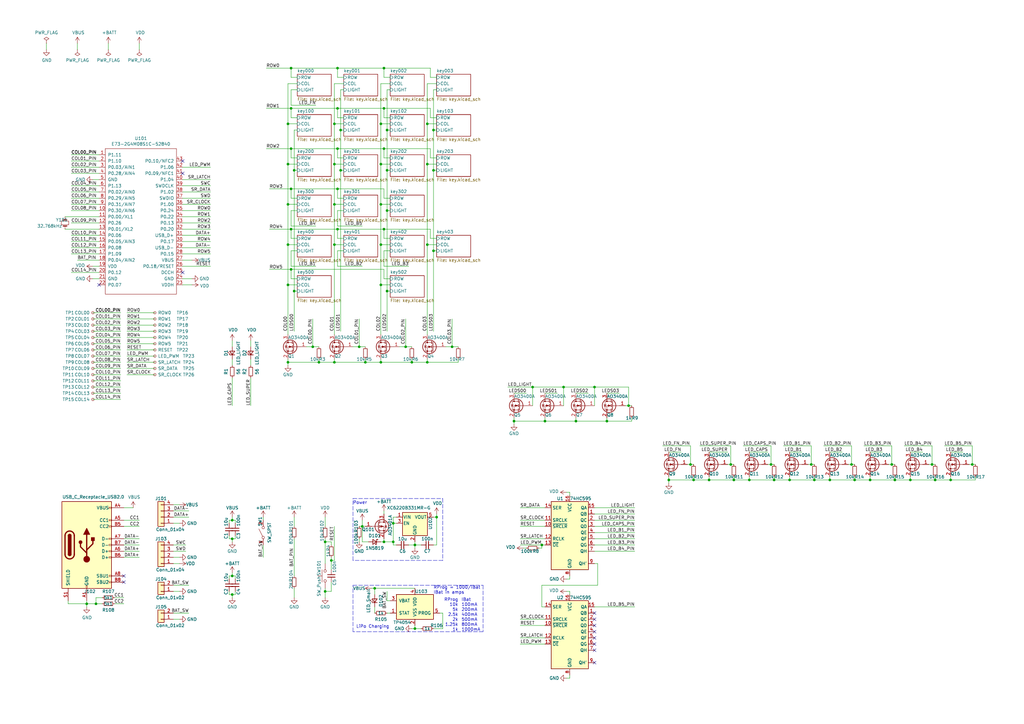
<source format=kicad_sch>
(kicad_sch (version 20211123) (generator eeschema)
  (paper "A3")
  (title_block (title "75PercentMoreSalad") (date "2021-11-24") (rev "A") (comment 1 "CC-BY-SA 3.0") (comment 2 "(c) Jost Salathé"))
  (junction (at 373.38 196.85))
  (junction (at 389.89 196.85))
  (junction (at 119.38 77.47))
  (junction (at 317.5 196.85))
  (junction (at 170.18 223.52))
  (junction (at 158.75 119.38))
  (junction (at 119.38 60.96))
  (junction (at 283.21 190.5))
  (junction (at 138.43 77.47))
  (junction (at 316.23 190.5))
  (junction (at 118.11 116.84))
  (junction (at 161.29 222.25))
  (junction (at 118.11 100.33))
  (junction (at 185.42 142.24))
  (junction (at 95.25 243.84))
  (junction (at 218.44 158.75))
  (junction (at 299.72 190.5))
  (junction (at 119.38 27.94))
  (junction (at 120.65 69.85))
  (junction (at 158.75 53.34))
  (junction (at 340.36 196.85))
  (junction (at 383.54 196.85))
  (junction (at 177.8 102.87))
  (junction (at 236.22 172.72))
  (junction (at 139.7 69.85))
  (junction (at 118.11 83.82))
  (junction (at 137.16 83.82))
  (junction (at 332.74 190.5))
  (junction (at 168.91 148.59))
  (junction (at 158.75 69.85))
  (junction (at 137.16 67.31))
  (junction (at 175.26 100.33))
  (junction (at 398.78 190.5))
  (junction (at 138.43 27.94))
  (junction (at 210.82 172.72))
  (junction (at 35.56 247.65))
  (junction (at 147.32 142.24))
  (junction (at 156.21 116.84))
  (junction (at 95.25 220.98))
  (junction (at 179.07 212.09))
  (junction (at 157.48 93.98))
  (junction (at 223.52 172.72))
  (junction (at 248.92 172.72))
  (junction (at 231.14 158.75))
  (junction (at 95.25 236.22))
  (junction (at 156.21 148.59))
  (junction (at 119.38 93.98))
  (junction (at 177.8 53.34))
  (junction (at 95.25 213.36))
  (junction (at 334.01 196.85))
  (junction (at 156.21 100.33))
  (junction (at 243.84 158.75))
  (junction (at 157.48 222.25))
  (junction (at 130.81 148.59))
  (junction (at 257.81 166.37))
  (junction (at 128.27 142.24))
  (junction (at 118.11 148.59))
  (junction (at 290.83 196.85))
  (junction (at 153.67 241.3))
  (junction (at 137.16 148.59))
  (junction (at 133.35 222.25))
  (junction (at 274.32 196.85))
  (junction (at 156.21 67.31))
  (junction (at 118.11 50.8))
  (junction (at 356.87 196.85))
  (junction (at 161.29 214.63))
  (junction (at 323.85 196.85))
  (junction (at 138.43 60.96))
  (junction (at 157.48 27.94))
  (junction (at 120.65 119.38))
  (junction (at 156.21 50.8))
  (junction (at 175.26 67.31))
  (junction (at 382.27 190.5))
  (junction (at 175.26 50.8))
  (junction (at 157.48 44.45))
  (junction (at 148.59 215.9))
  (junction (at 367.03 196.85))
  (junction (at 39.37 247.65))
  (junction (at 158.75 86.36))
  (junction (at 138.43 44.45))
  (junction (at 170.18 257.81))
  (junction (at 138.43 93.98))
  (junction (at 137.16 100.33))
  (junction (at 156.21 83.82))
  (junction (at 175.26 148.59))
  (junction (at 177.8 69.85))
  (junction (at 307.34 196.85))
  (junction (at 166.37 142.24))
  (junction (at 350.52 196.85))
  (junction (at 133.35 242.57))
  (junction (at 300.99 196.85))
  (junction (at 118.11 67.31))
  (junction (at 365.76 190.5))
  (junction (at 149.86 148.59))
  (junction (at 222.25 223.52))
  (junction (at 284.48 196.85))
  (junction (at 157.48 60.96))
  (junction (at 119.38 44.45))
  (junction (at 135.89 229.87))
  (junction (at 139.7 53.34))
  (junction (at 349.25 190.5))
  (junction (at 137.16 50.8))
  (junction (at 119.38 110.49))
  (no_connect (at 243.84 256.54))
  (no_connect (at 50.8 238.76))
  (no_connect (at 243.84 254))
  (no_connect (at 74.93 71.12))
  (no_connect (at 243.84 261.62))
  (no_connect (at 40.64 116.84))
  (no_connect (at 243.84 259.08))
  (no_connect (at 74.93 66.04))
  (no_connect (at 243.84 271.78))
  (no_connect (at 74.93 111.76))
  (no_connect (at 243.84 264.16))
  (no_connect (at 243.84 251.46))
  (no_connect (at 243.84 266.7))
  (no_connect (at 50.8 236.22))
  (wire (pts (xy 166.37 130.81) (xy 166.37 142.24)))
  (wire (pts (xy 128.27 142.24) (xy 130.81 142.24)))
  (wire (pts (xy 365.76 190.5) (xy 364.49 190.5)))
  (wire (pts (xy 50.8 220.98) (xy 57.15 220.98)))
  (wire (pts (xy 158.75 36.83) (xy 158.75 53.34)))
  (wire (pts (xy 71.12 226.06) (xy 76.2 226.06)))
  (wire (pts (xy 153.67 251.46) (xy 153.67 248.92)))
  (wire (pts (xy 52.07 146.05) (xy 63.5 146.05)))
  (wire (pts (xy 138.43 93.98) (xy 138.43 97.79)))
  (wire (pts (xy 349.25 182.88) (xy 349.25 190.5)))
  (wire (pts (xy 334.01 195.58) (xy 334.01 196.85)))
  (wire (pts (xy 158.75 36.83) (xy 160.02 36.83)))
  (wire (pts (xy 138.43 44.45) (xy 138.43 48.26)))
  (wire (pts (xy 139.7 69.85) (xy 139.7 135.89)))
  (wire (pts (xy 149.86 148.59) (xy 137.16 148.59)))
  (wire (pts (xy 210.82 161.29) (xy 215.9 161.29)))
  (wire (pts (xy 158.75 86.36) (xy 160.02 86.36)))
  (wire (pts (xy 223.52 161.29) (xy 228.6 161.29)))
  (wire (pts (xy 40.64 114.3) (xy 38.1 114.3)))
  (wire (pts (xy 361.95 185.42) (xy 356.87 185.42)))
  (wire (pts (xy 137.16 34.29) (xy 140.97 34.29)))
  (wire (pts (xy 156.21 116.84) (xy 156.21 137.16)))
  (wire (pts (xy 389.89 195.58) (xy 389.89 196.85)))
  (wire (pts (xy 107.95 213.36) (xy 107.95 212.09)))
  (wire (pts (xy 95.25 149.86) (xy 95.25 147.32)))
  (wire (pts (xy 137.16 100.33) (xy 137.16 137.16)))
  (wire (pts (xy 119.38 44.45) (xy 138.43 44.45)))
  (wire (pts (xy 135.89 242.57) (xy 133.35 242.57)))
  (wire (pts (xy 166.37 142.24) (xy 163.83 142.24)))
  (wire (pts (xy 71.12 209.55) (xy 77.47 209.55)))
  (wire (pts (xy 77.47 240.03) (xy 71.12 240.03)))
  (wire (pts (xy 35.56 247.65) (xy 35.56 246.38)))
  (wire (pts (xy 27.94 246.38) (xy 27.94 247.65)))
  (wire (pts (xy 177.8 36.83) (xy 179.07 36.83)))
  (wire (pts (xy 138.43 27.94) (xy 157.48 27.94)))
  (wire (pts (xy 213.36 215.9) (xy 223.52 215.9)))
  (wire (pts (xy 162.56 214.63) (xy 161.29 214.63)))
  (wire (pts (xy 176.53 97.79) (xy 179.07 97.79)))
  (wire (pts (xy 287.02 182.88) (xy 299.72 182.88)))
  (wire (pts (xy 74.93 93.98) (xy 86.36 93.98)))
  (wire (pts (xy 284.48 196.85) (xy 290.83 196.85)))
  (wire (pts (xy 157.48 27.94) (xy 176.53 27.94)))
  (wire (pts (xy 179.07 223.52) (xy 177.8 223.52)))
  (wire (pts (xy 157.48 97.79) (xy 157.48 93.98)))
  (wire (pts (xy 181.61 251.46) (xy 181.61 257.81)))
  (wire (pts (xy 232.41 237.49) (xy 233.68 237.49)))
  (wire (pts (xy 86.36 91.44) (xy 74.93 91.44)))
  (wire (pts (xy 354.33 182.88) (xy 365.76 182.88)))
  (wire (pts (xy 157.48 109.22) (xy 157.48 102.87)))
  (wire (pts (xy 54.61 208.28) (xy 50.8 208.28)))
  (wire (pts (xy 356.87 195.58) (xy 356.87 196.85)))
  (wire (pts (xy 161.29 222.25) (xy 157.48 222.25)))
  (wire (pts (xy 71.12 254) (xy 73.66 254)))
  (wire (pts (xy 71.12 228.6) (xy 73.66 228.6)))
  (wire (pts (xy 120.65 215.9) (xy 120.65 212.09)))
  (wire (pts (xy 49.53 135.89) (xy 38.1 135.89)))
  (wire (pts (xy 119.38 109.22) (xy 119.38 102.87)))
  (wire (pts (xy 158.75 246.38) (xy 158.75 242.57)))
  (wire (pts (xy 160.02 67.31) (xy 156.21 67.31)))
  (wire (pts (xy 248.92 161.29) (xy 254 161.29)))
  (wire (pts (xy 120.65 69.85) (xy 120.65 119.38)))
  (wire (pts (xy 86.36 83.82) (xy 74.93 83.82)))
  (wire (pts (xy 118.11 83.82) (xy 121.92 83.82)))
  (wire (pts (xy 96.52 220.98) (xy 95.25 220.98)))
  (wire (pts (xy 74.93 88.9) (xy 86.36 88.9)))
  (wire (pts (xy 161.29 214.63) (xy 161.29 222.25)))
  (wire (pts (xy 210.82 171.45) (xy 210.82 172.72)))
  (wire (pts (xy 121.92 48.26) (xy 119.38 48.26)))
  (wire (pts (xy 274.32 196.85) (xy 274.32 198.12)))
  (wire (pts (xy 133.35 222.25) (xy 133.35 220.98)))
  (wire (pts (xy 176.53 31.75) (xy 179.07 31.75)))
  (wire (pts (xy 129.54 92.71) (xy 119.38 92.71)))
  (wire (pts (xy 400.05 195.58) (xy 400.05 196.85)))
  (wire (pts (xy 118.11 34.29) (xy 121.92 34.29)))
  (wire (pts (xy 260.35 223.52) (xy 243.84 223.52)))
  (wire (pts (xy 40.64 91.44) (xy 29.21 91.44)))
  (wire (pts (xy 138.43 86.36) (xy 140.97 86.36)))
  (wire (pts (xy 298.45 185.42) (xy 290.83 185.42)))
  (wire (pts (xy 373.38 196.85) (xy 383.54 196.85)))
  (wire (pts (xy 334.01 196.85) (xy 340.36 196.85)))
  (wire (pts (xy 332.74 190.5) (xy 334.01 190.5)))
  (wire (pts (xy 213.36 223.52) (xy 222.25 223.52)))
  (wire (pts (xy 158.75 135.89) (xy 158.75 119.38)))
  (wire (pts (xy 118.11 100.33) (xy 118.11 116.84)))
  (wire (pts (xy 119.38 36.83) (xy 121.92 36.83)))
  (wire (pts (xy 121.92 81.28) (xy 119.38 81.28)))
  (wire (pts (xy 300.99 196.85) (xy 307.34 196.85)))
  (wire (pts (xy 248.92 172.72) (xy 259.08 172.72)))
  (wire (pts (xy 156.21 83.82) (xy 156.21 100.33)))
  (wire (pts (xy 121.92 114.3) (xy 119.38 114.3)))
  (wire (pts (xy 118.11 50.8) (xy 118.11 67.31)))
  (wire (pts (xy 213.36 208.28) (xy 223.52 208.28)))
  (wire (pts (xy 256.54 166.37) (xy 257.81 166.37)))
  (wire (pts (xy 31.75 106.68) (xy 40.64 106.68)))
  (wire (pts (xy 52.07 151.13) (xy 63.5 151.13)))
  (wire (pts (xy 185.42 142.24) (xy 182.88 142.24)))
  (wire (pts (xy 119.38 97.79) (xy 119.38 93.98)))
  (wire (pts (xy 93.98 236.22) (xy 95.25 236.22)))
  (wire (pts (xy 179.07 210.82) (xy 179.07 212.09)))
  (wire (pts (xy 133.35 245.11) (xy 133.35 242.57)))
  (wire (pts (xy 120.65 69.85) (xy 120.65 53.34)))
  (wire (pts (xy 398.78 182.88) (xy 398.78 190.5)))
  (wire (pts (xy 39.37 247.65) (xy 41.91 247.65)))
  (wire (pts (xy 170.18 257.81) (xy 170.18 256.54)))
  (wire (pts (xy 38.1 133.35) (xy 49.53 133.35)))
  (wire (pts (xy 71.12 207.01) (xy 73.66 207.01)))
  (wire (pts (xy 46.99 247.65) (xy 50.8 247.65)))
  (wire (pts (xy 74.93 114.3) (xy 78.74 114.3)))
  (wire (pts (xy 175.26 34.29) (xy 175.26 50.8)))
  (wire (pts (xy 232.41 278.13) (xy 233.68 278.13)))
  (wire (pts (xy 157.48 93.98) (xy 176.53 93.98)))
  (wire (pts (xy 121.92 69.85) (xy 120.65 69.85)))
  (wire (pts (xy 138.43 93.98) (xy 157.48 93.98)))
  (wire (pts (xy 52.07 148.59) (xy 63.5 148.59)))
  (wire (pts (xy 382.27 190.5) (xy 381 190.5)))
  (wire (pts (xy 138.43 97.79) (xy 140.97 97.79)))
  (wire (pts (xy 29.21 111.76) (xy 40.64 111.76)))
  (wire (pts (xy 213.36 264.16) (xy 223.52 264.16)))
  (wire (pts (xy 86.36 76.2) (xy 74.93 76.2)))
  (wire (pts (xy 236.22 172.72) (xy 248.92 172.72)))
  (wire (pts (xy 93.98 243.84) (xy 93.98 242.57)))
  (wire (pts (xy 52.07 143.51) (xy 63.5 143.51)))
  (wire (pts (xy 383.54 196.85) (xy 389.89 196.85)))
  (wire (pts (xy 160.02 119.38) (xy 158.75 119.38)))
  (wire (pts (xy 168.91 148.59) (xy 156.21 148.59)))
  (wire (pts (xy 222.25 224.79) (xy 222.25 223.52)))
  (wire (pts (xy 119.38 114.3) (xy 119.38 110.49)))
  (wire (pts (xy 179.07 67.31) (xy 175.26 67.31)))
  (wire (pts (xy 382.27 182.88) (xy 382.27 190.5)))
  (polyline (pts (xy 144.78 229.87) (xy 144.78 204.47)))
  (wire (pts (xy 119.38 48.26) (xy 119.38 44.45)))
  (wire (pts (xy 118.11 34.29) (xy 118.11 50.8)))
  (wire (pts (xy 179.07 212.09) (xy 177.8 212.09)))
  (wire (pts (xy 340.36 196.85) (xy 350.52 196.85)))
  (wire (pts (xy 148.59 222.25) (xy 151.13 222.25)))
  (wire (pts (xy 321.31 182.88) (xy 332.74 182.88)))
  (wire (pts (xy 120.65 236.22) (xy 120.65 220.98)))
  (wire (pts (xy 119.38 77.47) (xy 110.49 77.47)))
  (wire (pts (xy 40.64 86.36) (xy 29.21 86.36)))
  (wire (pts (xy 95.25 236.22) (xy 95.25 234.95)))
  (wire (pts (xy 119.38 43.18) (xy 119.38 36.83)))
  (wire (pts (xy 166.37 142.24) (xy 168.91 142.24)))
  (wire (pts (xy 121.92 97.79) (xy 119.38 97.79)))
  (wire (pts (xy 160.02 251.46) (xy 158.75 251.46)))
  (wire (pts (xy 179.07 223.52) (xy 179.07 212.09)))
  (wire (pts (xy 95.25 236.22) (xy 96.52 236.22)))
  (wire (pts (xy 29.21 96.52) (xy 40.64 96.52)))
  (wire (pts (xy 181.61 251.46) (xy 180.34 251.46)))
  (wire (pts (xy 213.36 254) (xy 223.52 254)))
  (wire (pts (xy 248.92 171.45) (xy 248.92 172.72)))
  (wire (pts (xy 118.11 116.84) (xy 121.92 116.84)))
  (wire (pts (xy 49.53 146.05) (xy 38.1 146.05)))
  (wire (pts (xy 147.32 215.9) (xy 148.59 215.9)))
  (wire (pts (xy 120.65 245.11) (xy 120.65 241.3)))
  (wire (pts (xy 95.25 222.25) (xy 95.25 220.98)))
  (wire (pts (xy 74.93 78.74) (xy 86.36 78.74)))
  (wire (pts (xy 161.29 212.09) (xy 161.29 214.63)))
  (wire (pts (xy 27.94 247.65) (xy 35.56 247.65)))
  (wire (pts (xy 157.48 114.3) (xy 160.02 114.3)))
  (wire (pts (xy 49.53 158.75) (xy 38.1 158.75)))
  (wire (pts (xy 367.03 195.58) (xy 367.03 196.85)))
  (wire (pts (xy 40.64 81.28) (xy 29.21 81.28)))
  (wire (pts (xy 367.03 196.85) (xy 373.38 196.85)))
  (wire (pts (xy 39.37 247.65) (xy 35.56 247.65)))
  (wire (pts (xy 138.43 60.96) (xy 157.48 60.96)))
  (wire (pts (xy 137.16 34.29) (xy 137.16 50.8)))
  (wire (pts (xy 40.64 63.5) (xy 29.21 63.5)))
  (wire (pts (xy 41.91 245.11) (xy 39.37 245.11)))
  (wire (pts (xy 243.84 208.28) (xy 260.35 208.28)))
  (wire (pts (xy 299.72 190.5) (xy 300.99 190.5)))
  (wire (pts (xy 137.16 83.82) (xy 140.97 83.82)))
  (wire (pts (xy 213.36 213.36) (xy 223.52 213.36)))
  (wire (pts (xy 118.11 100.33) (xy 121.92 100.33)))
  (polyline (pts (xy 144.78 204.47) (xy 181.61 204.47)))
  (wire (pts (xy 349.25 190.5) (xy 350.52 190.5)))
  (wire (pts (xy 50.8 226.06) (xy 57.15 226.06)))
  (wire (pts (xy 316.23 190.5) (xy 314.96 190.5)))
  (wire (pts (xy 133.35 222.25) (xy 133.35 231.14)))
  (wire (pts (xy 121.92 53.34) (xy 120.65 53.34)))
  (wire (pts (xy 137.16 148.59) (xy 130.81 148.59)))
  (wire (pts (xy 96.52 220.98) (xy 96.52 219.71)))
  (wire (pts (xy 138.43 27.94) (xy 138.43 31.75)))
  (wire (pts (xy 137.16 229.87) (xy 137.16 215.9)))
  (wire (pts (xy 332.74 182.88) (xy 332.74 190.5)))
  (wire (pts (xy 307.34 196.85) (xy 317.5 196.85)))
  (wire (pts (xy 175.26 50.8) (xy 175.26 67.31)))
  (wire (pts (xy 29.21 78.74) (xy 40.64 78.74)))
  (wire (pts (xy 29.21 66.04) (xy 40.64 66.04)))
  (wire (pts (xy 317.5 195.58) (xy 317.5 196.85)))
  (wire (pts (xy 74.93 68.58) (xy 86.36 68.58)))
  (wire (pts (xy 118.11 50.8) (xy 121.92 50.8)))
  (wire (pts (xy 394.97 185.42) (xy 389.89 185.42)))
  (wire (pts (xy 137.16 83.82) (xy 137.16 100.33)))
  (wire (pts (xy 147.32 142.24) (xy 149.86 142.24)))
  (wire (pts (xy 233.68 242.57) (xy 233.68 243.84)))
  (wire (pts (xy 220.98 224.79) (xy 222.25 224.79)))
  (wire (pts (xy 350.52 196.85) (xy 356.87 196.85)))
  (wire (pts (xy 177.8 53.34) (xy 179.07 53.34)))
  (wire (pts (xy 337.82 182.88) (xy 349.25 182.88)))
  (wire (pts (xy 156.21 100.33) (xy 156.21 116.84)))
  (wire (pts (xy 260.35 215.9) (xy 243.84 215.9)))
  (wire (pts (xy 86.36 73.66) (xy 74.93 73.66)))
  (wire (pts (xy 135.89 222.25) (xy 133.35 222.25)))
  (wire (pts (xy 157.48 97.79) (xy 160.02 97.79)))
  (wire (pts (xy 137.16 100.33) (xy 140.97 100.33)))
  (wire (pts (xy 121.92 64.77) (xy 119.38 64.77)))
  (wire (pts (xy 49.53 140.97) (xy 38.1 140.97)))
  (wire (pts (xy 167.64 109.22) (xy 157.48 109.22)))
  (wire (pts (xy 71.12 214.63) (xy 73.66 214.63)))
  (wire (pts (xy 119.38 64.77) (xy 119.38 60.96)))
  (wire (pts (xy 345.44 185.42) (xy 340.36 185.42)))
  (wire (pts (xy 147.32 222.25) (xy 147.32 220.98)))
  (wire (pts (xy 133.35 242.57) (xy 133.35 241.3)))
  (polyline (pts (xy 181.61 229.87) (xy 144.78 229.87)))
  (wire (pts (xy 44.45 20.32) (xy 44.45 17.78)))
  (wire (pts (xy 49.53 153.67) (xy 38.1 153.67)))
  (wire (pts (xy 57.15 223.52) (xy 50.8 223.52)))
  (wire (pts (xy 176.53 97.79) (xy 176.53 93.98)))
  (wire (pts (xy 299.72 190.5) (xy 298.45 190.5)))
  (wire (pts (xy 177.8 69.85) (xy 177.8 102.87)))
  (wire (pts (xy 35.56 248.92) (xy 35.56 247.65)))
  (wire (pts (xy 121.92 119.38) (xy 120.65 119.38)))
  (wire (pts (xy 161.29 222.25) (xy 161.29 223.52)))
  (wire (pts (xy 63.5 130.81) (xy 52.07 130.81)))
  (wire (pts (xy 86.36 86.36) (xy 74.93 86.36)))
  (wire (pts (xy 74.93 81.28) (xy 86.36 81.28)))
  (wire (pts (xy 156.21 147.32) (xy 156.21 148.59)))
  (wire (pts (xy 93.98 214.63) (xy 93.98 213.36)))
  (wire (pts (xy 157.48 102.87) (xy 160.02 102.87)))
  (wire (pts (xy 316.23 190.5) (xy 317.5 190.5)))
  (wire (pts (xy 137.16 67.31) (xy 137.16 83.82)))
  (wire (pts (xy 138.43 109.22) (xy 138.43 102.87)))
  (wire (pts (xy 129.54 109.22) (xy 119.38 109.22)))
  (wire (pts (xy 38.1 161.29) (xy 49.53 161.29)))
  (wire (pts (xy 160.02 50.8) (xy 156.21 50.8)))
  (wire (pts (xy 52.07 153.67) (xy 63.5 153.67)))
  (wire (pts (xy 50.8 213.36) (xy 57.15 213.36)))
  (wire (pts (xy 38.1 148.59) (xy 49.53 148.59)))
  (wire (pts (xy 328.93 185.42) (xy 323.85 185.42)))
  (wire (pts (xy 63.5 140.97) (xy 52.07 140.97)))
  (wire (pts (xy 147.32 142.24) (xy 144.78 142.24)))
  (wire (pts (xy 175.26 148.59) (xy 168.91 148.59)))
  (wire (pts (xy 370.84 182.88) (xy 382.27 182.88)))
  (wire (pts (xy 74.93 101.6) (xy 86.36 101.6)))
  (wire (pts (xy 231.14 158.75) (xy 243.84 158.75)))
  (wire (pts (xy 152.4 241.3) (xy 153.67 241.3)))
  (wire (pts (xy 137.16 147.32) (xy 137.16 148.59)))
  (wire (pts (xy 119.38 44.45) (xy 109.22 44.45)))
  (wire (pts (xy 139.7 36.83) (xy 139.7 53.34)))
  (wire (pts (xy 119.38 102.87) (xy 121.92 102.87)))
  (wire (pts (xy 96.52 243.84) (xy 96.52 242.57)))
  (wire (pts (xy 140.97 36.83) (xy 139.7 36.83)))
  (wire (pts (xy 119.38 93.98) (xy 138.43 93.98)))
  (polyline (pts (xy 198.12 240.03) (xy 198.12 259.08)))
  (wire (pts (xy 118.11 83.82) (xy 118.11 100.33)))
  (wire (pts (xy 157.48 44.45) (xy 176.53 44.45)))
  (wire (pts (xy 176.53 48.26) (xy 179.07 48.26)))
  (wire (pts (xy 232.41 242.57) (xy 233.68 242.57)))
  (wire (pts (xy 38.1 156.21) (xy 49.53 156.21)))
  (wire (pts (xy 29.21 83.82) (xy 40.64 83.82)))
  (wire (pts (xy 95.25 245.11) (xy 95.25 243.84)))
  (wire (pts (xy 232.41 201.93) (xy 233.68 201.93)))
  (wire (pts (xy 139.7 53.34) (xy 139.7 69.85)))
  (wire (pts (xy 96.52 214.63) (xy 96.52 213.36)))
  (wire (pts (xy 299.72 182.88) (xy 299.72 190.5)))
  (wire (pts (xy 137.16 50.8) (xy 137.16 67.31)))
  (wire (pts (xy 236.22 171.45) (xy 236.22 172.72)))
  (wire (pts (xy 29.21 101.6) (xy 40.64 101.6)))
  (wire (pts (xy 172.72 257.81) (xy 170.18 257.81)))
  (wire (pts (xy 149.86 147.32) (xy 149.86 148.59)))
  (wire (pts (xy 140.97 53.34) (xy 139.7 53.34)))
  (wire (pts (xy 31.75 17.78) (xy 31.75 20.32)))
  (wire (pts (xy 157.48 114.3) (xy 157.48 110.49)))
  (wire (pts (xy 86.36 99.06) (xy 74.93 99.06)))
  (wire (pts (xy 156.21 148.59) (xy 149.86 148.59)))
  (wire (pts (xy 96.52 243.84) (xy 95.25 243.84)))
  (wire (pts (xy 236.22 161.29) (xy 241.3 161.29)))
  (wire (pts (xy 39.37 245.11) (xy 39.37 247.65)))
  (wire (pts (xy 153.67 241.3) (xy 170.18 241.3)))
  (wire (pts (xy 156.21 50.8) (xy 156.21 67.31)))
  (wire (pts (xy 86.36 96.52) (xy 74.93 96.52)))
  (wire (pts (xy 156.21 34.29) (xy 156.21 50.8)))
  (wire (pts (xy 243.84 220.98) (xy 260.35 220.98)))
  (wire (pts (xy 52.07 138.43) (xy 63.5 138.43)))
  (polyline (pts (xy 181.61 204.47) (xy 181.61 229.87)))
  (wire (pts (xy 398.78 190.5) (xy 397.51 190.5)))
  (wire (pts (xy 133.35 212.09) (xy 133.35 215.9)))
  (wire (pts (xy 135.89 238.76) (xy 135.89 242.57)))
  (wire (pts (xy 157.48 64.77) (xy 157.48 60.96)))
  (wire (pts (xy 157.48 81.28) (xy 160.02 81.28)))
  (wire (pts (xy 243.84 231.14) (xy 245.11 231.14)))
  (wire (pts (xy 157.48 31.75) (xy 157.48 27.94)))
  (wire (pts (xy 175.26 67.31) (xy 175.26 100.33)))
  (wire (pts (xy 260.35 218.44) (xy 243.84 218.44)))
  (wire (pts (xy 40.64 76.2) (xy 29.21 76.2)))
  (wire (pts (xy 290.83 195.58) (xy 290.83 196.85)))
  (wire (pts (xy 170.18 223.52) (xy 172.72 223.52)))
  (wire (pts (xy 175.26 100.33) (xy 175.26 137.16)))
  (wire (pts (xy 157.48 31.75) (xy 160.02 31.75)))
  (wire (pts (xy 57.15 215.9) (xy 50.8 215.9)))
  (wire (pts (xy 102.87 142.24) (xy 102.87 139.7)))
  (wire (pts (xy 215.9 224.79) (xy 214.63 224.79)))
  (wire (pts (xy 218.44 158.75) (xy 218.44 166.37)))
  (wire (pts (xy 378.46 185.42) (xy 373.38 185.42)))
  (wire (pts (xy 389.89 196.85) (xy 400.05 196.85)))
  (wire (pts (xy 158.75 69.85) (xy 160.02 69.85)))
  (wire (pts (xy 208.28 158.75) (xy 218.44 158.75)))
  (wire (pts (xy 185.42 130.81) (xy 185.42 142.24)))
  (wire (pts (xy 19.05 17.78) (xy 19.05 20.32)))
  (wire (pts (xy 213.36 220.98) (xy 223.52 220.98)))
  (wire (pts (xy 179.07 34.29) (xy 175.26 34.29)))
  (wire (pts (xy 300.99 195.58) (xy 300.99 196.85)))
  (wire (pts (xy 274.32 195.58) (xy 274.32 196.85)))
  (wire (pts (xy 307.34 195.58) (xy 307.34 196.85)))
  (wire (pts (xy 57.15 17.78) (xy 57.15 20.32)))
  (wire (pts (xy 148.59 92.71) (xy 138.43 92.71)))
  (wire (pts (xy 260.35 248.92) (xy 243.84 248.92)))
  (wire (pts (xy 107.95 228.6) (xy 107.95 223.52)))
  (wire (pts (xy 176.53 31.75) (xy 176.53 27.94)))
  (wire (pts (xy 222.25 248.92) (xy 223.52 248.92)))
  (wire (pts (xy 170.18 224.79) (xy 170.18 223.52)))
  (wire (pts (xy 138.43 77.47) (xy 157.48 77.47)))
  (wire (pts (xy 223.52 172.72) (xy 236.22 172.72)))
  (wire (pts (xy 158.75 86.36) (xy 158.75 119.38)))
  (wire (pts (xy 138.43 44.45) (xy 157.48 44.45)))
  (wire (pts (xy 350.52 195.58) (xy 350.52 196.85)))
  (wire (pts (xy 233.68 278.13) (xy 233.68 276.86)))
  (wire (pts (xy 316.23 182.88) (xy 316.23 190.5)))
  (wire (pts (xy 130.81 148.59) (xy 118.11 148.59)))
  (wire (pts (xy 121.92 31.75) (xy 119.38 31.75)))
  (wire (pts (xy 323.85 195.58) (xy 323.85 196.85)))
  (wire (pts (xy 283.21 190.5) (xy 281.94 190.5)))
  (wire (pts (xy 243.84 158.75) (xy 243.84 166.37)))
  (wire (pts (xy 78.74 116.84) (xy 74.93 116.84)))
  (wire (pts (xy 38.1 138.43) (xy 49.53 138.43)))
  (wire (pts (xy 323.85 196.85) (xy 334.01 196.85)))
  (wire (pts (xy 128.27 130.81) (xy 128.27 142.24)))
  (wire (pts (xy 119.38 60.96) (xy 109.22 60.96)))
  (wire (pts (xy 40.64 104.14) (xy 29.21 104.14)))
  (wire (pts (xy 365.76 182.88) (xy 365.76 190.5)))
  (wire (pts (xy 140.97 69.85) (xy 139.7 69.85)))
  (wire (pts (xy 52.07 128.27) (xy 63.5 128.27)))
  (wire (pts (xy 95.25 213.36) (xy 96.52 213.36)))
  (wire (pts (xy 128.27 142.24) (xy 125.73 142.24)))
  (wire (pts (xy 157.48 48.26) (xy 160.02 48.26)))
  (wire (pts (xy 95.25 166.37) (xy 95.25 154.94)))
  (wire (pts (xy 119.38 27.94) (xy 138.43 27.94)))
  (wire (pts (xy 74.93 104.14) (xy 86.36 104.14)))
  (wire (pts (xy 383.54 195.58) (xy 383.54 196.85)))
  (wire (pts (xy 160.02 53.34) (xy 158.75 53.34)))
  (polyline (pts (xy 144.78 240.03) (xy 198.12 240.03)))
  (wire (pts (xy 317.5 196.85) (xy 323.85 196.85)))
  (wire (pts (xy 50.8 245.11) (xy 46.99 245.11)))
  (wire (pts (xy 176.53 64.77) (xy 179.07 64.77)))
  (wire (pts (xy 148.59 109.22) (xy 138.43 109.22)))
  (wire (pts (xy 40.64 73.66) (xy 38.1 73.66)))
  (wire (pts (xy 77.47 251.46) (xy 71.12 251.46)))
  (wire (pts (xy 356.87 196.85) (xy 367.03 196.85)))
  (wire (pts (xy 119.38 31.75) (xy 119.38 27.94)))
  (wire (pts (xy 177.8 69.85) (xy 179.07 69.85)))
  (wire (pts (xy 167.64 223.52) (xy 170.18 223.52)))
  (wire (pts (xy 213.36 256.54) (xy 223.52 256.54)))
  (wire (pts (xy 231.14 158.75) (xy 231.14 166.37)))
  (wire (pts (xy 162.56 212.09) (xy 161.29 212.09)))
  (wire (pts (xy 138.43 77.47) (xy 138.43 81.28)))
  (wire (pts (xy 161.29 223.52) (xy 162.56 223.52)))
  (wire (pts (xy 137.16 67.31) (xy 140.97 67.31)))
  (wire (pts (xy 156.21 222.25) (xy 157.48 222.25)))
  (wire (pts (xy 382.27 190.5) (xy 383.54 190.5)))
  (wire (pts (xy 243.84 158.75) (xy 257.81 158.75)))
  (wire (pts (xy 118.11 147.32) (xy 118.11 148.59)))
  (wire (pts (xy 138.43 92.71) (xy 138.43 86.36)))
  (wire (pts (xy 283.21 190.5) (xy 284.48 190.5)))
  (wire (pts (xy 185.42 142.24) (xy 187.96 142.24)))
  (wire (pts (xy 102.87 166.37) (xy 102.87 154.94)))
  (wire (pts (xy 218.44 158.75) (xy 231.14 158.75)))
  (wire (pts (xy 137.16 229.87) (xy 135.89 229.87)))
  (wire (pts (xy 233.68 201.93) (xy 233.68 203.2)))
  (wire (pts (xy 158.75 53.34) (xy 158.75 69.85)))
  (wire (pts (xy 26.67 93.98) (xy 40.64 93.98)))
  (wire (pts (xy 177.8 102.87) (xy 179.07 102.87)))
  (wire (pts (xy 52.07 133.35) (xy 63.5 133.35)))
  (wire (pts (xy 187.96 147.32) (xy 187.96 148.59)))
  (wire (pts (xy 245.11 240.03) (xy 222.25 240.03)))
  (wire (pts (xy 158.75 86.36) (xy 158.75 69.85)))
  (wire (pts (xy 160.02 34.29) (xy 156.21 34.29)))
  (wire (pts (xy 243.84 213.36) (xy 260.35 213.36)))
  (wire (pts (xy 157.48 209.55) (xy 157.48 210.82)))
  (wire (pts (xy 290.83 196.85) (xy 300.99 196.85)))
  (wire (pts (xy 157.48 222.25) (xy 157.48 220.98)))
  (wire (pts (xy 187.96 148.59) (xy 175.26 148.59)))
  (wire (pts (xy 179.07 100.33) (xy 175.26 100.33)))
  (wire (pts (xy 271.78 182.88) (xy 283.21 182.88)))
  (wire (pts (xy 93.98 237.49) (xy 93.98 236.22)))
  (wire (pts (xy 160.02 83.82) (xy 156.21 83.82)))
  (wire (pts (xy 95.25 243.84) (xy 93.98 243.84)))
  (wire (pts (xy 118.11 67.31) (xy 118.11 83.82)))
  (wire (pts (xy 93.98 213.36) (xy 95.25 213.36)))
  (wire (pts (xy 86.36 109.22) (xy 74.93 109.22)))
  (wire (pts (xy 387.35 182.88) (xy 398.78 182.88)))
  (wire (pts (xy 40.64 68.58) (xy 29.21 68.58)))
  (wire (pts (xy 63.5 135.89) (xy 52.07 135.89)))
  (wire (pts (xy 147.32 130.81) (xy 147.32 142.24)))
  (wire (pts (xy 179.07 50.8) (xy 175.26 50.8)))
  (wire (pts (xy 118.11 67.31) (xy 121.92 67.31)))
  (wire (pts (xy 181.61 257.81) (xy 177.8 257.81)))
  (wire (pts (xy 304.8 182.88) (xy 316.23 182.88)))
  (wire (pts (xy 49.53 163.83) (xy 38.1 163.83)))
  (wire (pts (xy 243.84 226.06) (xy 260.35 226.06)))
  (wire (pts (xy 365.76 190.5) (xy 367.03 190.5)))
  (wire (pts (xy 76.2 223.52) (xy 71.12 223.52)))
  (wire (pts (xy 57.15 228.6) (xy 50.8 228.6)))
  (wire (pts (xy 119.38 110.49) (xy 157.48 110.49)))
  (wire (pts (xy 157.48 48.26) (xy 157.48 44.45)))
  (wire (pts (xy 222.25 223.52) (xy 223.52 223.52)))
  (wire (pts (xy 168.91 257.81) (xy 170.18 257.81)))
  (wire (pts (xy 213.36 261.62) (xy 223.52 261.62)))
  (wire (pts (xy 176.53 64.77) (xy 176.53 60.96)))
  (wire (pts (xy 314.96 185.42) (xy 307.34 185.42)))
  (wire (pts (xy 177.8 53.34) (xy 177.8 69.85)))
  (wire (pts (xy 210.82 172.72) (xy 210.82 173.99)))
  (wire (pts (xy 160.02 100.33) (xy 156.21 100.33)))
  (wire (pts (xy 157.48 60.96) (xy 176.53 60.96)))
  (wire (pts (xy 118.11 148.59) (xy 118.11 149.86)))
  (wire (pts (xy 274.32 196.85) (xy 284.48 196.85)))
  (wire (pts (xy 157.48 64.77) (xy 160.02 64.77)))
  (wire (pts (xy 148.59 215.9) (xy 149.86 215.9)))
  (wire (pts (xy 233.68 237.49) (xy 233.68 236.22)))
  (wire (pts (xy 40.64 88.9) (xy 26.67 88.9)))
  (wire (pts (xy 332.74 190.5) (xy 331.47 190.5)))
  (wire (pts (xy 157.48 81.28) (xy 157.48 77.47)))
  (wire (pts (xy 119.38 86.36) (xy 121.92 86.36)))
  (wire (pts (xy 95.25 213.36) (xy 95.25 212.09)))
  (wire (pts (xy 153.67 243.84) (xy 153.67 241.3)))
  (wire (pts (xy 78.74 106.68) (xy 74.93 106.68)))
  (wire (pts (xy 120.65 135.89) (xy 120.65 119.38)))
  (wire (pts (xy 118.11 116.84) (xy 118.11 137.16)))
  (wire (pts (xy 222.25 240.03) (xy 222.25 248.92)))
  (wire (pts (xy 160.02 246.38) (xy 158.75 246.38)))
  (wire (pts (xy 156.21 67.31) (xy 156.21 83.82)))
  (wire (pts (xy 160.02 116.84) (xy 156.21 116.84)))
  (wire (pts (xy 138.43 81.28) (xy 140.97 81.28)))
  (wire (pts (xy 170.18 223.52) (xy 170.18 222.25)))
  (wire (pts (xy 71.12 242.57) (xy 73.66 242.57)))
  (wire (pts (xy 130.81 147.32) (xy 130.81 148.59)))
  (wire (pts (xy 373.38 195.58) (xy 373.38 196.85)))
  (polyline (pts (xy 198.12 259.08) (xy 144.78 259.08)))
  (wire (pts (xy 135.89 223.52) (xy 135.89 222.25)))
  (wire (pts (xy 49.53 130.81) (xy 38.1 130.81)))
  (wire (pts (xy 138.43 102.87) (xy 140.97 102.87)))
  (wire (pts (xy 168.91 147.32) (xy 168.91 148.59)))
  (wire (pts (xy 77.47 212.09) (xy 71.12 212.09)))
  (wire (pts (xy 38.1 151.13) (xy 49.53 151.13)))
  (wire (pts (xy 283.21 182.88) (xy 283.21 190.5)))
  (wire (pts (xy 119.38 60.96) (xy 138.43 60.96)))
  (wire (pts (xy 119.38 93.98) (xy 110.49 93.98)))
  (wire (pts (xy 119.38 92.71) (xy 119.38 86.36)))
  (wire (pts (xy 119.38 81.28) (xy 119.38 77.47)))
  (wire (pts (xy 398.78 190.5) (xy 400.05 190.5)))
  (wire (pts (xy 148.59 215.9) (xy 148.59 222.25)))
  (wire (pts (xy 38.1 143.51) (xy 49.53 143.51)))
  (wire (pts (xy 137.16 50.8) (xy 140.97 50.8)))
  (wire (pts (xy 129.54 43.18) (xy 119.38 43.18)))
  (wire (pts (xy 73.66 231.14) (xy 71.12 231.14)))
  (wire (pts (xy 38.1 128.27) (xy 49.53 128.27)))
  (wire (pts (xy 40.64 109.22) (xy 38.1 109.22)))
  (wire (pts (xy 138.43 64.77) (xy 140.97 64.77)))
  (wire (pts (xy 245.11 231.14) (xy 245.11 240.03)))
  (wire (pts (xy 95.25 220.98) (xy 93.98 220.98)))
  (wire (pts (xy 119.38 27.94) (xy 109.22 27.94)))
  (wire (pts (xy 102.87 149.86) (xy 102.87 147.32)))
  (wire (pts (xy 210.82 172.72) (xy 223.52 172.72)))
  (wire (pts (xy 138.43 60.96) (xy 138.43 64.77)))
  (wire (pts (xy 349.25 190.5) (xy 347.98 190.5)))
  (wire (pts (xy 177.8 36.83) (xy 177.8 53.34)))
  (wire (pts (xy 135.89 233.68) (xy 135.89 229.87)))
  (wire (pts (xy 177.8 102.87) (xy 177.8 135.89)))
  (wire (pts (xy 340.36 195.58) (xy 340.36 196.85)))
  (wire (pts (xy 119.38 77.47) (xy 138.43 77.47)))
  (wire (pts (xy 176.53 48.26) (xy 176.53 44.45)))
  (wire (pts (xy 138.43 31.75) (xy 140.97 31.75)))
  (wire (pts (xy 223.52 171.45) (xy 223.52 172.72)))
  (polyline (pts (xy 144.78 259.08) (xy 144.78 240.03)))
  (wire (pts (xy 119.38 110.49) (xy 110.49 110.49)))
  (wire (pts (xy 257.81 166.37) (xy 259.08 166.37)))
  (wire (pts (xy 96.52 237.49) (xy 96.52 236.22)))
  (wire (pts (xy 29.21 71.12) (xy 40.64 71.12)))
  (wire (pts (xy 95.25 142.24) (xy 95.25 139.7)))
  (wire (pts (xy 175.26 147.32) (xy 175.26 148.59)))
  (wire (pts (xy 148.59 215.9) (xy 148.59 213.36)))
  (wire (pts (xy 259.08 171.45) (xy 259.08 172.72)))
  (wire (pts (xy 93.98 220.98) (xy 93.98 219.71)))
  (wire (pts (xy 135.89 229.87) (xy 135.89 228.6)))
  (wire (pts (xy 40.64 99.06) (xy 29.21 99.06)))
  (wire (pts (xy 257.81 158.75) (xy 257.81 166.37)))
  (wire (pts (xy 138.43 48.26) (xy 140.97 48.26)))
  (wire (pts (xy 284.48 195.58) (xy 284.48 196.85)))
  (wire (pts (xy 260.35 210.82) (xy 243.84 210.82)))
  (wire (pts (xy 279.4 185.42) (xy 274.32 185.42)))
  (text "RProg = 1000/IBat\nIBat in amps" (at 177.8 243.84 0) (effects (font (size 1.27 1.27)) (justify left bottom)))
  (text "RProg\n10k\n5k\n2.5k\n2k\n1.25k\n1k" (at 187.96 259.08 180) (effects (font (size 1.27 1.27)) (justify right bottom)))
  (text "IBat\n100mA\n200mA\n400mA\n500mA\n800mA\n1000mA" (at 189.23 259.08 0) (effects (font (size 1.27 1.27)) (justify left bottom)))
  (text "LiPo Charging" (at 146.05 257.81 0) (effects (font (size 1.27 1.27)) (justify left bottom)))
  (text "Power" (at 144.78 207.01 0) (effects (font (size 1.27 1.27)) (justify left bottom)))
  (label "LED_PWM" (at 213.36 223.52 0))
  (label "ROW5" (at 52.07 140.97 0))
  (label "SR_LATCH" (at 86.36 73.66 180))
  (label "LED_CAPS" (at 95.25 166.37 90))
  (label "LED_B1" (at 328.93 185.42 180))
  (label "COL11_PIN" (at 49.53 156.21 180))
  (label "BAT_SW" (at 158.75 242.57 270))
  (label "COL02" (at 156.21 135.89 90))
  (label "LEDS02" (at 158.75 135.89 90))
  (label "COL06_PIN" (at 29.21 81.28 0))
  (label "COL14_PIN" (at 29.21 111.76 0))
  (label "COL02_PIN" (at 166.37 130.81 270))
  (label "COL03_PIN" (at 29.21 71.12 0))
  (label "BAT_SW" (at 107.95 228.6 90))
  (label "COL05_PIN" (at 29.21 78.74 0))
  (label "LEDS02" (at 241.3 161.29 180))
  (label "COL10_PIN" (at 49.53 153.67 180))
  (label "ROW4" (at 52.07 138.43 0))
  (label "LED_FN" (at 279.4 185.42 180))
  (label "DATA+" (at 86.36 96.52 180))
  (label "BAT_PIN" (at 31.75 106.68 0))
  (label "COL11_PIN" (at 29.21 99.06 0))
  (label "COL13_PIN" (at 49.53 161.29 180))
  (label "RESET" (at 213.36 215.9 0))
  (label "LED_B5" (at 394.97 185.42 180))
  (label "LED_SUPER_PIN" (at 287.02 182.88 0))
  (label "LEDS00" (at 120.65 135.89 90))
  (label "LEDS03" (at 254 161.29 180))
  (label "SR_LATCH" (at 213.36 261.62 0))
  (label "COL03_PIN" (at 185.42 130.81 270))
  (label "COL01" (at 137.16 135.89 90))
  (label "LED_B5_PIN" (at 260.35 248.92 180))
  (label "COL02_PIN" (at 29.21 68.58 0))
  (label "SR_CLOCK" (at 86.36 83.82 180))
  (label "COL05_PIN" (at 49.53 140.97 180))
  (label "COL07_PIN" (at 29.21 83.82 0))
  (label "LED_LIGHT" (at 260.35 208.28 180))
  (label "LED_B1_PIN" (at 321.31 182.88 0))
  (label "DATA+" (at 57.15 226.06 180))
  (label "BAT_SW" (at 77.47 251.46 180))
  (label "LEDS01" (at 228.6 161.29 180))
  (label "SR_LATCH" (at 213.36 220.98 0))
  (label "ROW2" (at 52.07 133.35 0))
  (label "RESET" (at 137.16 215.9 270))
  (label "LED_B5" (at 148.59 92.71 180))
  (label "SR_CLOCK" (at 213.36 213.36 0))
  (label "RESET" (at 52.07 143.51 0))
  (label "SR_DATA" (at 86.36 78.74 180))
  (label "LED_B2_PIN" (at 337.82 182.88 0))
  (label "COL12_PIN" (at 49.53 158.75 180))
  (label "LED_SUPER_PIN" (at 260.35 213.36 180))
  (label "ROW3" (at 110.49 77.47 0))
  (label "SR_DATA" (at 52.07 151.13 0))
  (label "ROW3" (at 86.36 93.98 180))
  (label "LEDS03" (at 177.8 135.89 90))
  (label "DATA+" (at 77.47 212.09 180))
  (label "LED_B3_PIN" (at 260.35 223.52 180))
  (label "CC1" (at 50.8 245.11 180))
  (label "BAT_SW" (at 77.47 240.03 180))
  (label "LED_B4_PIN" (at 370.84 182.88 0))
  (label "COL10_PIN" (at 29.21 96.52 0))
  (label "LED_FN" (at 129.54 43.18 180))
  (label "RESET" (at 213.36 256.54 0))
  (label "COL12_PIN" (at 29.21 101.6 0))
  (label "COL00_PIN" (at 49.53 128.27 180))
  (label "COL00_PIN" (at 128.27 130.81 270))
  (label "ROW1" (at 86.36 88.9 180))
  (label "LED_PWM" (at 86.36 68.58 180))
  (label "COL00_PIN" (at 49.53 128.27 180))
  (label "SWC" (at 76.2 223.52 180))
  (label "LED_B2" (at 345.44 185.42 180))
  (label "COL00_PIN" (at 29.21 63.5 0))
  (label "COL09_PIN" (at 49.53 151.13 180))
  (label "LED_CAPS_PIN" (at 260.35 215.9 180))
  (label "CC2" (at 57.15 215.9 180))
  (label "COL06_PIN" (at 49.53 143.51 180))
  (label "LED_PWM" (at 52.07 146.05 0))
  (label "COL03_PIN" (at 49.53 135.89 180))
  (label "SWD" (at 76.2 226.06 180))
  (label "ROW4" (at 110.49 93.98 0))
  (label "LED_B4" (at 378.46 185.42 180))
  (label "LED_CAPS_PIN" (at 304.8 182.88 0))
  (label "COL07_PIN" (at 49.53 146.05 180))
  (label "COL00_PIN" (at 29.21 63.5 0))
  (label "ROW5" (at 110.49 110.49 0))
  (label "ROW2" (at 109.22 60.96 0))
  (label "COL08_PIN" (at 29.21 86.36 0))
  (label "DATA-" (at 77.47 209.55 180))
  (label "LED_FN_PIN" (at 271.78 182.88 0))
  (label "LED_B3_PIN" (at 354.33 182.88 0))
  (label "DATA-" (at 86.36 101.6 180))
  (label "SR_LATCH" (at 52.07 148.59 0))
  (label "CC2" (at 50.8 247.65 180))
  (label "LED_SUPER" (at 298.45 185.42 180))
  (label "ROW1" (at 52.07 130.81 0))
  (label "BAT_PIN" (at 120.65 224.79 270))
  (label "SR_DATA" (at 213.36 208.28 0))
  (label "LED_LIGHT" (at 208.28 158.75 0))
  (label "LED_B4" (at 129.54 92.71 180))
  (label "ROW2" (at 86.36 91.44 180))
  (label "ROW3" (at 52.07 135.89 0))
  (label "COL01_PIN" (at 147.32 130.81 270))
  (label "LED_B4_PIN" (at 260.35 226.06 180))
  (label "SWC" (at 86.36 76.2 180))
  (label "COL04_PIN" (at 49.53 138.43 180))
  (label "COL13_PIN" (at 29.21 104.14 0))
  (label "LED_B1_PIN" (at 260.35 218.44 180))
  (label "SR_CLOCK" (at 52.07 153.67 0))
  (label "RESET" (at 86.36 109.22 180))
  (label "LED_B3" (at 167.64 109.22 180))
  (label "ROW5" (at 86.36 104.14 180))
  (label "LEDS01" (at 139.7 135.89 90))
  (label "DATA+" (at 57.15 228.6 180))
  (label "LED_SUPER" (at 102.87 166.37 90))
  (label "LED_PWM" (at 213.36 264.16 0))
  (label "COL00" (at 118.11 135.89 90))
  (label "ROW0" (at 86.36 86.36 180))
  (label "COL04_PIN" (at 29.21 76.2 0))
  (label "LED_B3" (at 361.95 185.42 180))
  (label "SWD" (at 86.36 81.28 180))
  (label "LED_CAPS" (at 314.96 185.42 180))
  (label "ROW4" (at 86.36 99.06 180))
  (label "LED_B5_PIN" (at 387.35 182.88 0))
  (label "SR_CLOCK" (at 213.36 254 0))
  (label "LED_B1" (at 129.54 109.22 180))
  (label "COL01_PIN" (at 29.21 66.04 0))
  (label "COL03" (at 175.26 135.89 90))
  (label "LED_FN_PIN" (at 260.35 210.82 180))
  (label "LED_B2" (at 148.59 109.22 180))
  (label "DATA-" (at 57.15 223.52 180))
  (label "ROW0" (at 52.07 128.27 0))
  (label "ROW1" (at 109.22 44.45 0))
  (label "COL01_PIN" (at 49.53 130.81 180))
  (label "DATA-" (at 57.15 220.98 180))
  (label "CC1" (at 57.15 213.36 180))
  (label "COL02_PIN" (at 49.53 133.35 180))
  (label "COL08_PIN" (at 49.53 148.59 180))
  (label "COL09_PIN" (at 29.21 91.44 0))
  (label "LED_B2_PIN" (at 260.35 220.98 180))
  (label "ROW0" (at 109.22 27.94 0))
  (label "LEDS00" (at 215.9 161.29 180))
  (label "COL14_PIN" (at 49.53 163.83 180))
  (symbol (lib_id "nrfmicro:E73-2G4M08S1C-52840") (at 58.42 91.44 0) (unit 1)
    (property "Reference" "U101" (at 57.785 56.769 0))
    (property "Value" "E73-2G4M08S1C-52840" (at 57.785 59.0804 0))
    (property "Footprint" "nrfmicro:E73-2G4M08S1C-52840" (effects hide))
  )
  (symbol (lib_id "Battery_Management:MCP73831-3-OT") (at 170.18 248.92 0) (mirror y) (unit 1)
    (property "Reference" "U103" (at 170.18 242.57 0) (effects (justify right)))
    (property "Value" "TP4054" (at 161.29 255.27 0) (effects (justify right)))
    (property "Footprint" "Package_TO_SOT_SMD:SOT-23-5" (effects hide))
    (property "Datasheet" "http://ww1.microchip.com/downloads/en/DeviceDoc/20001984g.pdf" (effects hide))
  )
  (symbol (lib_id "Device:Crystal_Small") (at 26.67 91.44 270) (unit 1)
    (property "Reference" "Y101" (at 22.86 90.17 90) (effects (justify left)))
    (property "Value" "32.768kHz" (at 15.24 92.71 90) (effects (justify left)))
    (property "Footprint" "Crystal:Crystal_SMD_MicroCrystal_CM9V-T1A-2Pin_1.6x1.0mm" (effects hide))
  )
  (symbol (lib_id "Device:R_Small") (at 175.26 257.81 90) (unit 1)
    (property "Reference" "R106" (at 176.53 256.54 90) (effects (justify right)))
    (property "Value" "1k" (at 175.26 257.81 90))
  )
  (symbol (lib_id "Connector:USB_C_Receptacle_USB2.0") (at 35.56 223.52 0) (unit 1)
    (property "Reference" "J102" (at 36.83 242.57 0))
    (property "Value" "USB_C_Receptacle_USB2.0" (at 38.2778 203.8096 0))
    (property "Footprint" "nrfmicro:USB-C_C168688" (effects hide))
  )
  (symbol (lib_id "power:GND") (at 35.56 248.92 0) (unit 1)
    (property "Reference" "#PWR0131" (effects hide))
    (property "Value" "GND" (at 35.687 253.3142 0))
  )
  (symbol (lib_id "Device:R_Small") (at 44.45 245.11 90) (unit 1)
    (property "Reference" "R107" (at 44.45 242.57 90))
    (property "Value" "5k1" (at 44.45 245.11 90))
  )
  (symbol (lib_id "Device:R_Small") (at 44.45 247.65 90) (unit 1)
    (property "Reference" "R108" (at 44.45 250.19 90))
    (property "Value" "5k1" (at 44.45 247.65 90))
  )
  (symbol (lib_id "power:PWR_FLAG") (at 19.05 17.78 0) (unit 1)
    (property "Reference" "#FLG0101" (effects hide))
    (property "Value" "PWR_FLAG" (at 19.05 13.3858 0))
  )
  (symbol (lib_id "power:PWR_FLAG") (at 31.75 20.32 180) (unit 1)
    (property "Reference" "#FLG0102" (effects hide))
    (property "Value" "PWR_FLAG" (at 31.75 24.7142 0))
  )
  (symbol (lib_id "power:PWR_FLAG") (at 44.45 20.32 180) (unit 1)
    (property "Reference" "#FLG0103" (effects hide))
    (property "Value" "PWR_FLAG" (at 44.45 24.7142 0))
  )
  (symbol (lib_id "power:PWR_FLAG") (at 57.15 20.32 180) (unit 1)
    (property "Reference" "#FLG0104" (effects hide))
    (property "Value" "PWR_FLAG" (at 57.15 24.7142 0))
  )
  (symbol (lib_id "power:GND") (at 19.05 20.32 0) (unit 1)
    (property "Reference" "#PWR0104" (effects hide))
    (property "Value" "GND" (at 19.177 24.7142 0))
  )
  (symbol (lib_id "power:VBUS") (at 31.75 17.78 0) (unit 1)
    (property "Reference" "#PWR0101" (effects hide))
    (property "Value" "VBUS" (at 32.131 13.3858 0))
  )
  (symbol (lib_id "power:VDD") (at 57.15 17.78 0) (unit 1)
    (property "Reference" "#PWR0103" (effects hide))
    (property "Value" "VDD" (at 57.531 13.3858 0))
  )
  (symbol (lib_id "power:+BATT") (at 44.45 17.78 0) (unit 1)
    (property "Reference" "#PWR0102" (effects hide))
    (property "Value" "+BATT" (at 44.831 13.3858 0))
  )
  (symbol (lib_id "power:VBUS") (at 54.61 208.28 0) (unit 1)
    (property "Reference" "#PWR0124" (effects hide))
    (property "Value" "VBUS" (at 54.991 203.8858 0))
  )
  (symbol (lib_id "Connector:TestPoint_Small") (at 38.1 128.27 0) (mirror x) (unit 1)
    (property "Reference" "TP1" (at 30.48 128.27 0) (effects (justify right)))
    (property "Value" "COL00" (at 36.83 128.27 0) (effects (justify right)))
    (property "Footprint" "TestPoint:TestPoint_Pad_D1.0mm" (effects hide))
  )
  (symbol (lib_id "Connector:TestPoint_Small") (at 38.1 130.81 0) (mirror x) (unit 1)
    (property "Reference" "TP2" (at 30.48 130.81 0) (effects (justify right)))
    (property "Value" "COL01" (at 36.83 130.81 0) (effects (justify right)))
    (property "Footprint" "TestPoint:TestPoint_Pad_D1.0mm" (effects hide))
  )
  (symbol (lib_id "Connector:TestPoint_Small") (at 38.1 133.35 0) (mirror x) (unit 1)
    (property "Reference" "TP3" (at 30.48 133.35 0) (effects (justify right)))
    (property "Value" "COL02" (at 36.83 133.35 0) (effects (justify right)))
    (property "Footprint" "TestPoint:TestPoint_Pad_D1.0mm" (effects hide))
  )
  (symbol (lib_id "Connector:TestPoint_Small") (at 38.1 135.89 0) (mirror x) (unit 1)
    (property "Reference" "TP4" (at 30.48 135.89 0) (effects (justify right)))
    (property "Value" "COL03" (at 36.83 135.89 0) (effects (justify right)))
    (property "Footprint" "TestPoint:TestPoint_Pad_D1.0mm" (effects hide))
  )
  (symbol (lib_id "Connector:TestPoint_Small") (at 38.1 138.43 0) (mirror x) (unit 1)
    (property "Reference" "TP5" (at 30.48 138.43 0) (effects (justify right)))
    (property "Value" "COL04" (at 36.83 138.43 0) (effects (justify right)))
    (property "Footprint" "TestPoint:TestPoint_Pad_D1.0mm" (effects hide))
  )
  (symbol (lib_id "Connector:TestPoint_Small") (at 38.1 140.97 0) (mirror x) (unit 1)
    (property "Reference" "TP6" (at 30.48 140.97 0) (effects (justify right)))
    (property "Value" "COL05" (at 36.83 140.97 0) (effects (justify right)))
    (property "Footprint" "TestPoint:TestPoint_Pad_D1.0mm" (effects hide))
  )
  (symbol (lib_id "Connector:TestPoint_Small") (at 38.1 143.51 0) (mirror x) (unit 1)
    (property "Reference" "TP7" (at 30.48 143.51 0) (effects (justify right)))
    (property "Value" "COL06" (at 36.83 143.51 0) (effects (justify right)))
    (property "Footprint" "TestPoint:TestPoint_Pad_D1.0mm" (effects hide))
  )
  (symbol (lib_id "Connector:TestPoint_Small") (at 38.1 146.05 0) (mirror x) (unit 1)
    (property "Reference" "TP8" (at 30.48 146.05 0) (effects (justify right)))
    (property "Value" "COL07" (at 36.83 146.05 0) (effects (justify right)))
    (property "Footprint" "TestPoint:TestPoint_Pad_D1.0mm" (effects hide))
  )
  (symbol (lib_id "Connector:TestPoint_Small") (at 38.1 148.59 0) (mirror x) (unit 1)
    (property "Reference" "TP9" (at 30.48 148.59 0) (effects (justify right)))
    (property "Value" "COL08" (at 36.83 148.59 0) (effects (justify right)))
    (property "Footprint" "TestPoint:TestPoint_Pad_D1.0mm" (effects hide))
  )
  (symbol (lib_id "Connector:TestPoint_Small") (at 38.1 151.13 0) (mirror x) (unit 1)
    (property "Reference" "TP10" (at 30.48 151.13 0) (effects (justify right)))
    (property "Value" "COL09" (at 36.83 151.13 0) (effects (justify right)))
    (property "Footprint" "TestPoint:TestPoint_Pad_D1.0mm" (effects hide))
  )
  (symbol (lib_id "Connector:TestPoint_Small") (at 38.1 153.67 0) (mirror x) (unit 1)
    (property "Reference" "TP11" (at 30.48 153.67 0) (effects (justify right)))
    (property "Value" "COL10" (at 36.83 153.67 0) (effects (justify right)))
    (property "Footprint" "TestPoint:TestPoint_Pad_D1.0mm" (effects hide))
  )
  (symbol (lib_id "Connector:TestPoint_Small") (at 38.1 156.21 0) (mirror x) (unit 1)
    (property "Reference" "TP12" (at 30.48 156.21 0) (effects (justify right)))
    (property "Value" "COL11" (at 36.83 156.21 0) (effects (justify right)))
    (property "Footprint" "TestPoint:TestPoint_Pad_D1.0mm" (effects hide))
  )
  (symbol (lib_id "Connector:TestPoint_Small") (at 38.1 158.75 0) (mirror x) (unit 1)
    (property "Reference" "TP13" (at 30.48 158.75 0) (effects (justify right)))
    (property "Value" "COL12" (at 36.83 158.75 0) (effects (justify right)))
    (property "Footprint" "TestPoint:TestPoint_Pad_D1.0mm" (effects hide))
  )
  (symbol (lib_id "Connector:TestPoint_Small") (at 38.1 161.29 0) (mirror x) (unit 1)
    (property "Reference" "TP14" (at 30.48 161.29 0) (effects (justify right)))
    (property "Value" "COL13" (at 36.83 161.29 0) (effects (justify right)))
    (property "Footprint" "TestPoint:TestPoint_Pad_D1.0mm" (effects hide))
  )
  (symbol (lib_id "Connector:TestPoint_Small") (at 38.1 163.83 0) (mirror x) (unit 1)
    (property "Reference" "TP15" (at 30.48 163.83 0) (effects (justify right)))
    (property "Value" "COL14" (at 36.83 163.83 0) (effects (justify right)))
    (property "Footprint" "TestPoint:TestPoint_Pad_D1.0mm" (effects hide))
  )
  (symbol (lib_id "Device:LED_Small") (at 102.87 144.78 90) (unit 1)
    (property "Reference" "D2" (at 100.33 144.78 0))
    (property "Value" "LED_LIGHT" (at 105.41 144.78 0))
  )
  (symbol (lib_id "Device:R_Small") (at 102.87 152.4 0) (unit 1)
    (property "Reference" "R2" (at 100.33 152.4 90))
    (property "Value" "56" (at 105.41 152.4 90))
    (property "Footprint" "Resistor_SMD:R_0805_2012Metric" (effects hide))
  )
  (symbol (lib_id "power:VDD") (at 102.87 139.7 0) (unit 1)
    (property "Reference" "#PWR06" (effects hide))
    (property "Value" "VDD" (at 103.251 135.3058 0))
  )
  (symbol (lib_id "Device:LED_Small") (at 95.25 144.78 90) (unit 1)
    (property "Reference" "D1" (at 92.71 144.78 0))
    (property "Value" "LED_LIGHT" (at 97.79 144.78 0))
  )
  (symbol (lib_id "Device:R_Small") (at 95.25 152.4 0) (unit 1)
    (property "Reference" "R1" (at 92.71 152.4 90))
    (property "Value" "56" (at 97.79 152.4 90))
    (property "Footprint" "Resistor_SMD:R_0805_2012Metric" (effects hide))
  )
  (symbol (lib_id "power:VDD") (at 95.25 139.7 0) (unit 1)
    (property "Reference" "#PWR01" (effects hide))
    (property "Value" "VDD" (at 95.631 135.3058 0))
  )
  (symbol (lib_id "power:+BATT") (at 157.48 209.55 0) (unit 1)
    (property "Reference" "#PWR09" (effects hide))
    (property "Value" "+BATT" (at 157.48 205.74 0))
  )
  (symbol (lib_id "Connector:TestPoint_Small") (at 63.5 128.27 0) (mirror y) (unit 1)
    (property "Reference" "TP16" (at 72.39 128.27 0) (effects (justify right)))
    (property "Value" "ROW0" (at 64.77 128.27 0) (effects (justify right)))
    (property "Footprint" "TestPoint:TestPoint_Pad_D1.0mm" (effects hide))
  )
  (symbol (lib_id "Connector:TestPoint_Small") (at 63.5 130.81 0) (mirror y) (unit 1)
    (property "Reference" "TP17" (at 72.39 130.81 0) (effects (justify right)))
    (property "Value" "ROW1" (at 64.77 130.81 0) (effects (justify right)))
    (property "Footprint" "TestPoint:TestPoint_Pad_D1.0mm" (effects hide))
  )
  (symbol (lib_id "Connector:TestPoint_Small") (at 63.5 133.35 0) (mirror y) (unit 1)
    (property "Reference" "TP18" (at 72.39 133.35 0) (effects (justify right)))
    (property "Value" "ROW2" (at 64.77 133.35 0) (effects (justify right)))
    (property "Footprint" "TestPoint:TestPoint_Pad_D1.0mm" (effects hide))
  )
  (symbol (lib_id "Connector:TestPoint_Small") (at 63.5 135.89 0) (mirror y) (unit 1)
    (property "Reference" "TP19" (at 72.39 135.89 0) (effects (justify right)))
    (property "Value" "ROW3" (at 64.77 135.89 0) (effects (justify right)))
    (property "Footprint" "TestPoint:TestPoint_Pad_D1.0mm" (effects hide))
  )
  (symbol (lib_id "Connector:TestPoint_Small") (at 63.5 138.43 0) (mirror y) (unit 1)
    (property "Reference" "TP20" (at 72.39 138.43 0) (effects (justify right)))
    (property "Value" "ROW4" (at 64.77 138.43 0) (effects (justify right)))
    (property "Footprint" "TestPoint:TestPoint_Pad_D1.0mm" (effects hide))
  )
  (symbol (lib_id "Connector:TestPoint_Small") (at 63.5 140.97 0) (mirror y) (unit 1)
    (property "Reference" "TP21" (at 72.39 140.97 0) (effects (justify right)))
    (property "Value" "ROW5" (at 64.77 140.97 0) (effects (justify right)))
    (property "Footprint" "TestPoint:TestPoint_Pad_D1.0mm" (effects hide))
  )
  (symbol (lib_id "Connector:TestPoint_Small") (at 63.5 143.51 0) (mirror y) (unit 1)
    (property "Reference" "TP22" (at 72.39 143.51 0) (effects (justify right)))
    (property "Value" "RESET" (at 64.77 143.51 0) (effects (justify right)))
    (property "Footprint" "TestPoint:TestPoint_Pad_D1.0mm" (effects hide))
  )
  (symbol (lib_id "Transistor_FET:AO3400A") (at 120.65 142.24 0) (mirror y) (unit 1)
    (property "Reference" "Q1" (at 118.11 146.05 0) (effects (justify right)))
    (property "Value" "AO3400A" (at 118.11 138.43 0) (effects (justify right)))
    (property "Footprint" "Package_TO_SOT_SMD:SOT-23" (effects hide))
    (property "Datasheet" "http://www.aosmd.com/pdfs/datasheet/AO3400A.pdf" (effects hide))
  )
  (symbol (lib_id "Transistor_FET:AO3401A") (at 154.94 215.9 0) (unit 1)
    (property "Reference" "Q101" (at 153.67 217.17 0) (effects (justify right)))
    (property "Value" "AO3401A" (at 160.02 219.71 90) (effects (justify left)))
    (property "Footprint" "Package_TO_SOT_SMD:SOT-23" (effects hide))
    (property "Datasheet" "http://www.aosmd.com/pdfs/datasheet/AO3401A.pdf" (effects hide))
  )
  (symbol (lib_id "Transistor_FET:AO3400A") (at 139.7 142.24 0) (mirror y) (unit 1)
    (property "Reference" "Q2" (at 137.16 146.05 0) (effects (justify right)))
    (property "Value" "AO3400A" (at 137.16 138.43 0) (effects (justify right)))
    (property "Footprint" "Package_TO_SOT_SMD:SOT-23" (effects hide))
    (property "Datasheet" "http://www.aosmd.com/pdfs/datasheet/AO3400A.pdf" (effects hide))
  )
  (symbol (lib_id "Transistor_FET:AO3400A") (at 158.75 142.24 0) (mirror y) (unit 1)
    (property "Reference" "Q3" (at 156.21 146.05 0) (effects (justify right)))
    (property "Value" "AO3400A" (at 156.21 138.43 0) (effects (justify right)))
    (property "Footprint" "Package_TO_SOT_SMD:SOT-23" (effects hide))
    (property "Datasheet" "http://www.aosmd.com/pdfs/datasheet/AO3400A.pdf" (effects hide))
  )
  (symbol (lib_id "Transistor_FET:AO3400A") (at 177.8 142.24 0) (mirror y) (unit 1)
    (property "Reference" "Q4" (at 175.26 146.05 0) (effects (justify right)))
    (property "Value" "AO3400A" (at 175.26 138.43 0) (effects (justify right)))
    (property "Footprint" "Package_TO_SOT_SMD:SOT-23" (effects hide))
    (property "Datasheet" "http://www.aosmd.com/pdfs/datasheet/AO3400A.pdf" (effects hide))
  )
  (symbol (lib_id "Transistor_FET:AO3400A") (at 213.36 166.37 0) (mirror y) (unit 1)
    (property "Reference" "Q5" (at 210.82 170.18 0) (effects (justify right)))
    (property "Value" "AO3400A" (at 210.82 162.56 0) (effects (justify right)))
    (property "Footprint" "Package_TO_SOT_SMD:SOT-23" (effects hide))
    (property "Datasheet" "http://www.aosmd.com/pdfs/datasheet/AO3400A.pdf" (effects hide))
  )
  (symbol (lib_id "Transistor_FET:AO3400A") (at 226.06 166.37 0) (mirror y) (unit 1)
    (property "Reference" "Q6" (at 223.52 170.18 0) (effects (justify right)))
    (property "Value" "AO3400A" (at 223.52 162.56 0) (effects (justify right)))
    (property "Footprint" "Package_TO_SOT_SMD:SOT-23" (effects hide))
    (property "Datasheet" "http://www.aosmd.com/pdfs/datasheet/AO3400A.pdf" (effects hide))
  )
  (symbol (lib_id "Transistor_FET:AO3400A") (at 238.76 166.37 0) (mirror y) (unit 1)
    (property "Reference" "Q7" (at 236.22 170.18 0) (effects (justify right)))
    (property "Value" "AO3400A" (at 236.22 162.56 0) (effects (justify right)))
    (property "Footprint" "Package_TO_SOT_SMD:SOT-23" (effects hide))
    (property "Datasheet" "http://www.aosmd.com/pdfs/datasheet/AO3400A.pdf" (effects hide))
  )
  (symbol (lib_id "Transistor_FET:AO3400A") (at 251.46 166.37 0) (mirror y) (unit 1)
    (property "Reference" "Q8" (at 248.92 170.18 0) (effects (justify right)))
    (property "Value" "AO3400A" (at 248.92 162.56 0) (effects (justify right)))
    (property "Footprint" "Package_TO_SOT_SMD:SOT-23" (effects hide))
    (property "Datasheet" "http://www.aosmd.com/pdfs/datasheet/AO3400A.pdf" (effects hide))
  )
  (symbol (lib_id "Transistor_FET:AO3400A") (at 276.86 190.5 0) (mirror y) (unit 1)
    (property "Reference" "Q9" (at 274.32 194.31 0) (effects (justify right)))
    (property "Value" "AO3400A" (at 274.32 186.69 0) (effects (justify right)))
    (property "Footprint" "Package_TO_SOT_SMD:SOT-23" (effects hide))
    (property "Datasheet" "http://www.aosmd.com/pdfs/datasheet/AO3400A.pdf" (effects hide))
  )
  (symbol (lib_id "Transistor_FET:AO3400A") (at 293.37 190.5 0) (mirror y) (unit 1)
    (property "Reference" "Q10" (at 290.83 194.31 0) (effects (justify right)))
    (property "Value" "AO3400A" (at 290.83 186.69 0) (effects (justify right)))
    (property "Footprint" "Package_TO_SOT_SMD:SOT-23" (effects hide))
    (property "Datasheet" "http://www.aosmd.com/pdfs/datasheet/AO3400A.pdf" (effects hide))
  )
  (symbol (lib_id "Transistor_FET:AO3400A") (at 309.88 190.5 0) (mirror y) (unit 1)
    (property "Reference" "Q11" (at 307.34 194.31 0) (effects (justify right)))
    (property "Value" "AO3400A" (at 307.34 186.69 0) (effects (justify right)))
    (property "Footprint" "Package_TO_SOT_SMD:SOT-23" (effects hide))
    (property "Datasheet" "http://www.aosmd.com/pdfs/datasheet/AO3400A.pdf" (effects hide))
  )
  (symbol (lib_id "Transistor_FET:AO3400A") (at 326.39 190.5 0) (mirror y) (unit 1)
    (property "Reference" "Q12" (at 323.85 194.31 0) (effects (justify right)))
    (property "Value" "AO3400A" (at 323.85 186.69 0) (effects (justify right)))
    (property "Footprint" "Package_TO_SOT_SMD:SOT-23" (effects hide))
    (property "Datasheet" "http://www.aosmd.com/pdfs/datasheet/AO3400A.pdf" (effects hide))
  )
  (symbol (lib_id "Transistor_FET:AO3400A") (at 342.9 190.5 0) (mirror y) (unit 1)
    (property "Reference" "Q13" (at 340.36 194.31 0) (effects (justify right)))
    (property "Value" "AO3400A" (at 340.36 186.69 0) (effects (justify right)))
    (property "Footprint" "Package_TO_SOT_SMD:SOT-23" (effects hide))
    (property "Datasheet" "http://www.aosmd.com/pdfs/datasheet/AO3400A.pdf" (effects hide))
  )
  (symbol (lib_id "Transistor_FET:AO3400A") (at 359.41 190.5 0) (mirror y) (unit 1)
    (property "Reference" "Q14" (at 356.87 194.31 0) (effects (justify right)))
    (property "Value" "AO3400A" (at 356.87 186.69 0) (effects (justify right)))
    (property "Footprint" "Package_TO_SOT_SMD:SOT-23" (effects hide))
    (property "Datasheet" "http://www.aosmd.com/pdfs/datasheet/AO3400A.pdf" (effects hide))
  )
  (symbol (lib_id "Transistor_FET:AO3400A") (at 375.92 190.5 0) (mirror y) (unit 1)
    (property "Reference" "Q15" (at 373.38 194.31 0) (effects (justify right)))
    (property "Value" "AO3400A" (at 373.38 186.69 0) (effects (justify right)))
    (property "Footprint" "Package_TO_SOT_SMD:SOT-23" (effects hide))
    (property "Datasheet" "http://www.aosmd.com/pdfs/datasheet/AO3400A.pdf" (effects hide))
  )
  (symbol (lib_id "Transistor_FET:AO3400A") (at 392.43 190.5 0) (mirror y) (unit 1)
    (property "Reference" "Q16" (at 389.89 194.31 0) (effects (justify right)))
    (property "Value" "AO3400A" (at 389.89 186.69 0) (effects (justify right)))
    (property "Footprint" "Package_TO_SOT_SMD:SOT-23" (effects hide))
    (property "Datasheet" "http://www.aosmd.com/pdfs/datasheet/AO3400A.pdf" (effects hide))
  )
  (symbol (lib_id "74xx:74HC595") (at 233.68 218.44 0) (unit 1)
    (property "Reference" "U1" (at 231.14 204.47 0) (effects (justify right)))
    (property "Value" "74HC595" (at 233.68 204.47 0) (effects (justify left)))
    (property "Footprint" "Package_SO:SOIC-16_3.9x9.9mm_P1.27mm" (effects hide))
    (property "Datasheet" "http://www.ti.com/lit/ds/symlink/sn74hc595.pdf" (effects hide))
  )
  (symbol (lib_id "Device:R_Small") (at 149.86 144.78 0) (unit 1)
    (property "Reference" "R5" (at 149.86 147.32 0) (effects (justify left)))
    (property "Value" "10k" (at 149.86 147.32 0) (effects (justify right)))
  )
  (symbol (lib_id "Device:R_Small") (at 168.91 144.78 0) (unit 1)
    (property "Reference" "R6" (at 168.91 147.32 0) (effects (justify left)))
    (property "Value" "10k" (at 168.91 147.32 0) (effects (justify right)))
  )
  (symbol (lib_id "Device:R_Small") (at 187.96 144.78 0) (unit 1)
    (property "Reference" "R7" (at 187.96 147.32 0) (effects (justify left)))
    (property "Value" "10k" (at 187.96 147.32 0) (effects (justify right)))
  )
  (symbol (lib_id "Device:R_Small") (at 284.48 193.04 0) (unit 1)
    (property "Reference" "R10" (at 284.48 195.58 0) (effects (justify left)))
    (property "Value" "10k" (at 284.48 195.58 0) (effects (justify right)))
  )
  (symbol (lib_id "Device:R_Small") (at 300.99 193.04 0) (unit 1)
    (property "Reference" "R11" (at 300.99 195.58 0) (effects (justify left)))
    (property "Value" "10k" (at 300.99 195.58 0) (effects (justify right)))
  )
  (symbol (lib_id "Device:R_Small") (at 317.5 193.04 0) (unit 1)
    (property "Reference" "R12" (at 317.5 195.58 0) (effects (justify left)))
    (property "Value" "10k" (at 317.5 195.58 0) (effects (justify right)))
  )
  (symbol (lib_id "Device:R_Small") (at 334.01 193.04 0) (unit 1)
    (property "Reference" "R13" (at 334.01 195.58 0) (effects (justify left)))
    (property "Value" "10k" (at 334.01 195.58 0) (effects (justify right)))
  )
  (symbol (lib_id "Device:R_Small") (at 350.52 193.04 0) (unit 1)
    (property "Reference" "R14" (at 350.52 195.58 0) (effects (justify left)))
    (property "Value" "10k" (at 350.52 195.58 0) (effects (justify right)))
  )
  (symbol (lib_id "Device:R_Small") (at 367.03 193.04 0) (unit 1)
    (property "Reference" "R15" (at 367.03 195.58 0) (effects (justify left)))
    (property "Value" "10k" (at 367.03 195.58 0) (effects (justify right)))
  )
  (symbol (lib_id "Device:R_Small") (at 383.54 193.04 0) (unit 1)
    (property "Reference" "R16" (at 383.54 195.58 0) (effects (justify left)))
    (property "Value" "10k" (at 383.54 195.58 0) (effects (justify right)))
  )
  (symbol (lib_id "Device:R_Small") (at 400.05 193.04 0) (unit 1)
    (property "Reference" "R17" (at 400.05 195.58 0) (effects (justify left)))
    (property "Value" "10k" (at 400.05 195.58 0) (effects (justify right)))
  )
  (symbol (lib_id "power:VDD") (at 232.41 201.93 90) (unit 1)
    (property "Reference" "#PWR012" (effects hide))
    (property "Value" "VDD" (at 229.1588 201.549 90) (effects (justify left)))
  )
  (symbol (lib_id "power:GND") (at 232.41 237.49 270) (unit 1)
    (property "Reference" "#PWR013" (effects hide))
    (property "Value" "GND" (at 227.33 237.49 90))
  )
  (symbol (lib_id "Device:R_Small") (at 218.44 224.79 90) (mirror x) (unit 1)
    (property "Reference" "R8" (at 218.44 226.06 90) (effects (justify right)))
    (property "Value" "100k" (at 218.44 226.06 90) (effects (justify left)))
  )
  (symbol (lib_id "power:VDD") (at 214.63 224.79 90) (unit 1)
    (property "Reference" "#PWR011" (effects hide))
    (property "Value" "VDD" (at 211.3788 224.409 90) (effects (justify left)))
  )
  (symbol (lib_id "Connector_Generic:Conn_01x04") (at 66.04 212.09 180) (unit 1)
    (property "Reference" "J101" (at 66.04 204.47 0))
    (property "Value" "Conn_01x04" (at 69.85 217.17 0))
    (property "Footprint" "nrfmicro:connector_usb" (effects hide))
  )
  (symbol (lib_id "power:VBUS") (at 73.66 207.01 270) (unit 1)
    (property "Reference" "#PWR0123" (effects hide))
    (property "Value" "VBUS" (at 76.2 207.01 90) (effects (justify left)))
  )
  (symbol (lib_id "power:GND") (at 73.66 214.63 90) (unit 1)
    (property "Reference" "#PWR0125" (effects hide))
    (property "Value" "GND" (at 78.74 214.63 90))
  )
  (symbol (lib_id "Device:R_Small") (at 135.89 226.06 0) (unit 1)
    (property "Reference" "R4" (at 134.62 226.06 90) (effects (justify left)))
    (property "Value" "1k" (at 134.62 226.06 90) (effects (justify right)))
  )
  (symbol (lib_id "74xx:74HC595") (at 233.68 259.08 0) (unit 1)
    (property "Reference" "U2" (at 231.14 245.11 0) (effects (justify right)))
    (property "Value" "74HC595" (at 233.68 245.11 0) (effects (justify left)))
    (property "Footprint" "Package_SO:SOIC-16_3.9x9.9mm_P1.27mm" (effects hide))
    (property "Datasheet" "http://www.ti.com/lit/ds/symlink/sn74hc595.pdf" (effects hide))
  )
  (symbol (lib_id "power:VDD") (at 232.41 242.57 90) (unit 1)
    (property "Reference" "#PWR014" (effects hide))
    (property "Value" "VDD" (at 229.1588 242.189 90) (effects (justify left)))
  )
  (symbol (lib_id "power:GND") (at 232.41 278.13 270) (unit 1)
    (property "Reference" "#PWR015" (effects hide))
    (property "Value" "GND" (at 227.33 278.13 90))
  )
  (symbol (lib_id "Connector_Generic:Conn_01x04") (at 66.04 228.6 180) (unit 1)
    (property "Reference" "J103" (at 66.04 220.98 0))
    (property "Value" "Conn_01x04" (at 69.85 233.68 0))
    (property "Footprint" "nrfmicro:connector_swd" (effects hide))
  )
  (symbol (lib_id "power:GND") (at 73.66 228.6 90) (unit 1)
    (property "Reference" "#PWR0126" (effects hide))
    (property "Value" "GND" (at 78.74 228.6 90))
  )
  (symbol (lib_id "power:VDD") (at 73.66 231.14 270) (unit 1)
    (property "Reference" "#PWR0127" (effects hide))
    (property "Value" "VDD" (at 76.2 231.14 90) (effects (justify left)))
  )
  (symbol (lib_id "Connector_Generic:Conn_01x02") (at 66.04 242.57 180) (unit 1)
    (property "Reference" "J104" (at 66.04 237.49 0))
    (property "Value" "Conn_01x02" (at 69.85 245.11 0))
    (property "Footprint" "Connector_PinHeader_2.54mm:PinHeader_1x02_P2.54mm_Vertical" (effects hide))
  )
  (symbol (lib_id "power:GND") (at 73.66 242.57 90) (unit 1)
    (property "Reference" "#PWR0129" (effects hide))
    (property "Value" "GND" (at 78.74 242.57 90))
  )
  (symbol (lib_id "Connector_Generic:Conn_01x02") (at 66.04 254 180) (unit 1)
    (property "Reference" "J105" (at 66.04 248.92 0))
    (property "Value" "Conn_01x02" (at 69.85 256.54 0))
    (property "Footprint" "Connector_PinHeader_2.54mm:PinHeader_1x02_P2.54mm_Vertical" (effects hide))
  )
  (symbol (lib_id "power:GND") (at 73.66 254 90) (unit 1)
    (property "Reference" "#PWR0132" (effects hide))
    (property "Value" "GND" (at 78.74 254 90))
  )
  (symbol (lib_id "power:GND") (at 118.11 149.86 0) (unit 1)
    (property "Reference" "#PWR08" (effects hide))
    (property "Value" "GND" (at 118.11 153.67 0))
  )
  (symbol (lib_id "power:GND") (at 168.91 257.81 270) (unit 1)
    (property "Reference" "#PWR0122" (effects hide))
    (property "Value" "GND" (at 163.83 257.81 90))
  )
  (symbol (lib_id "power:VBUS") (at 152.4 241.3 90) (unit 1)
    (property "Reference" "#PWR0118" (effects hide))
    (property "Value" "VBUS" (at 149.86 241.3 90) (effects (justify left)))
  )
  (symbol (lib_id "Device:R_Small") (at 156.21 251.46 90) (unit 1)
    (property "Reference" "R105" (at 156.21 254 90))
    (property "Value" "1k" (at 156.21 251.46 90))
  )
  (symbol (lib_id "Connector:TestPoint_Small") (at 63.5 146.05 0) (mirror y) (unit 1)
    (property "Reference" "TP23" (at 74.93 146.05 0) (effects (justify right)))
    (property "Value" "LED_PWM" (at 64.77 146.05 0) (effects (justify right)))
    (property "Footprint" "TestPoint:TestPoint_Pad_D1.0mm" (effects hide))
  )
  (symbol (lib_id "Connector:TestPoint_Small") (at 63.5 148.59 0) (mirror y) (unit 1)
    (property "Reference" "TP24" (at 74.93 148.59 0) (effects (justify right)))
    (property "Value" "SR_LATCH" (at 64.77 148.59 0) (effects (justify right)))
    (property "Footprint" "TestPoint:TestPoint_Pad_D1.0mm" (effects hide))
  )
  (symbol (lib_id "Connector:TestPoint_Small") (at 63.5 151.13 0) (mirror y) (unit 1)
    (property "Reference" "TP25" (at 74.93 151.13 0) (effects (justify right)))
    (property "Value" "SR_DATA" (at 64.77 151.13 0) (effects (justify right)))
    (property "Footprint" "TestPoint:TestPoint_Pad_D1.0mm" (effects hide))
  )
  (symbol (lib_id "Connector:TestPoint_Small") (at 63.5 153.67 0) (mirror y) (unit 1)
    (property "Reference" "TP26" (at 74.93 153.67 0) (effects (justify right)))
    (property "Value" "SR_CLOCK" (at 64.77 153.67 0) (effects (justify right)))
    (property "Footprint" "TestPoint:TestPoint_Pad_D1.0mm" (effects hide))
  )
  (symbol (lib_id "Device:LED_Small") (at 153.67 246.38 90) (unit 1)
    (property "Reference" "D102" (at 156.21 246.38 0))
    (property "Value" "LED_Small" (at 151.13 246.38 0))
  )
  (symbol (lib_id "power:GND") (at 38.1 73.66 270) (unit 1)
    (property "Reference" "#PWR0105" (effects hide))
    (property "Value" "GND" (at 33.02 73.66 90))
  )
  (symbol (lib_id "power:VBUS") (at 78.74 106.68 270) (unit 1)
    (property "Reference" "#PWR0106" (effects hide))
    (property "Value" "VBUS" (at 81.28 106.68 90) (effects (justify left)))
  )
  (symbol (lib_id "power:VDD") (at 78.74 116.84 270) (unit 1)
    (property "Reference" "#PWR0110" (effects hide))
    (property "Value" "VDD" (at 81.9912 117.221 90) (effects (justify left)))
  )
  (symbol (lib_id "power:VDD") (at 38.1 109.22 90) (unit 1)
    (property "Reference" "#PWR0107" (effects hide))
    (property "Value" "VDD" (at 34.8742 108.839 90) (effects (justify left)))
  )
  (symbol (lib_id "power:GND") (at 38.1 114.3 270) (unit 1)
    (property "Reference" "#PWR0108" (effects hide))
    (property "Value" "GND" (at 33.02 114.3 90))
  )
  (symbol (lib_id "power:GND") (at 78.74 114.3 90) (unit 1)
    (property "Reference" "#PWR0109" (effects hide))
    (property "Value" "GND" (at 83.82 114.3 90))
  )
  (symbol (lib_id "Switch:SW_Push") (at 133.35 236.22 90) (unit 1)
    (property "Reference" "SW101" (at 130.81 236.22 0) (effects (justify left)))
    (property "Value" "SW_Push" (at 130.81 236.22 0) (effects (justify right)))
  )
  (symbol (lib_id "power:GND") (at 133.35 245.11 0) (unit 1)
    (property "Reference" "#PWR0121" (effects hide))
    (property "Value" "GND" (at 133.35 248.92 0))
  )
  (symbol (lib_id "Device:R_Small") (at 133.35 218.44 180) (unit 1)
    (property "Reference" "R102" (at 132.08 218.44 90) (effects (justify right)))
    (property "Value" "10k" (at 132.08 218.44 90) (effects (justify left)))
  )
  (symbol (lib_id "power:VDD") (at 133.35 212.09 0) (unit 1)
    (property "Reference" "#PWR0113" (effects hide))
    (property "Value" "VDD" (at 133.35 208.28 0))
  )
  (symbol (lib_id "power:GND") (at 210.82 173.99 0) (unit 1)
    (property "Reference" "#PWR010" (effects hide))
    (property "Value" "GND" (at 210.82 177.8 0))
  )
  (symbol (lib_id "Device:D_Schottky_Small") (at 153.67 222.25 0) (mirror y) (unit 1)
    (property "Reference" "D101" (at 153.67 219.71 0))
    (property "Value" "1N5819" (at 153.67 224.79 0))
    (property "Footprint" "Diode_SMD:D_SOD-323F" (effects hide))
  )
  (symbol (lib_id "Device:R_Small") (at 147.32 218.44 180) (unit 1)
    (property "Reference" "R103" (at 146.05 218.44 90) (effects (justify right)))
    (property "Value" "100k" (at 146.05 218.44 90) (effects (justify left)))
  )
  (symbol (lib_id "power:VBUS") (at 148.59 213.36 0) (unit 1)
    (property "Reference" "#PWR0115" (effects hide))
    (property "Value" "VBUS" (at 148.59 209.55 0))
  )
  (symbol (lib_id "power:GND") (at 147.32 222.25 0) (unit 1)
    (property "Reference" "#PWR0116" (effects hide))
    (property "Value" "GND" (at 147.32 226.06 0))
  )
  (symbol (lib_id "Regulator_Linear:AP2112K-3.3") (at 170.18 214.63 0) (unit 1)
    (property "Reference" "U102" (at 176.53 214.63 90))
    (property "Value" "XC6220B331MR-G" (at 167.64 208.28 0))
    (property "Footprint" "Package_TO_SOT_SMD:SOT-23-5" (effects hide))
    (property "Datasheet" "https://www.diodes.com/assets/Datasheets/AP2112.pdf" (effects hide))
  )
  (symbol (lib_id "power:GND") (at 170.18 224.79 0) (unit 1)
    (property "Reference" "#PWR0117" (effects hide))
    (property "Value" "GND" (at 170.18 228.6 0))
  )
  (symbol (lib_id "power:VDD") (at 179.07 210.82 0) (unit 1)
    (property "Reference" "#PWR0114" (effects hide))
    (property "Value" "VDD" (at 179.451 206.4258 0))
  )
  (symbol (lib_id "power:+BATT") (at 120.65 212.09 0) (unit 1)
    (property "Reference" "#PWR0112" (effects hide))
    (property "Value" "+BATT" (at 120.65 208.28 0))
  )
  (symbol (lib_id "Device:R_Small") (at 120.65 218.44 180) (unit 1)
    (property "Reference" "R101" (at 119.38 218.44 90) (effects (justify right)))
    (property "Value" "820k" (at 119.38 218.44 90) (effects (justify left)))
  )
  (symbol (lib_id "Device:R_Small") (at 120.65 238.76 180) (unit 1)
    (property "Reference" "R104" (at 119.38 238.76 90) (effects (justify right)))
    (property "Value" "2M" (at 119.38 238.76 90) (effects (justify left)))
  )
  (symbol (lib_id "power:GND") (at 120.65 245.11 0) (unit 1)
    (property "Reference" "#PWR0120" (effects hide))
    (property "Value" "GND" (at 120.65 248.92 0))
  )
  (symbol (lib_id "Device:R_Small") (at 130.81 144.78 0) (unit 1)
    (property "Reference" "R3" (at 130.81 147.32 0) (effects (justify left)))
    (property "Value" "10k" (at 130.81 147.32 0) (effects (justify right)))
  )
  (symbol (lib_id "power:GND") (at 274.32 198.12 0) (unit 1)
    (property "Reference" "#PWR016" (effects hide))
    (property "Value" "GND" (at 274.32 201.93 0))
  )
  (symbol (lib_id "Switch:SW_SPST") (at 107.95 218.44 90) (unit 1)
    (property "Reference" "SW1" (at 106.68 215.9 0) (effects (justify left)))
    (property "Value" "SW_SPST" (at 110.49 218.44 0))
  )
  (symbol (lib_id "power:+BATT") (at 107.95 212.09 0) (unit 1)
    (property "Reference" "#PWR07" (effects hide))
    (property "Value" "+BATT" (at 107.95 208.28 0))
  )
  (symbol (lib_id "Device:C_Small") (at 165.1 223.52 90) (unit 1)
    (property "Reference" "C6" (at 165.1 226.06 90))
    (property "Value" "10u" (at 165.1 220.98 90))
    (property "Footprint" "Capacitor_SMD:C_0805_2012Metric" (effects hide))
  )
  (symbol (lib_id "Device:C_Small") (at 175.26 223.52 90) (unit 1)
    (property "Reference" "C7" (at 175.26 226.06 90))
    (property "Value" "100n" (at 175.26 220.98 90))
    (property "Footprint" "Capacitor_SMD:C_0805_2012Metric" (effects hide))
  )
  (symbol (lib_id "Device:C_Small") (at 135.89 236.22 0) (unit 1)
    (property "Reference" "C5" (at 137.16 237.49 90) (effects (justify right)))
    (property "Value" "100n" (at 137.16 234.95 90) (effects (justify left)))
    (property "Footprint" "Capacitor_SMD:C_0805_2012Metric" (effects hide))
  )
  (symbol (lib_id "Device:R_Small") (at 259.08 168.91 0) (unit 1)
    (property "Reference" "R9" (at 259.08 171.45 0) (effects (justify left)))
    (property "Value" "1k" (at 259.08 171.45 0) (effects (justify right)))
  )
  (symbol (lib_id "power:VBUS") (at 95.25 212.09 0) (unit 1)
    (property "Reference" "#PWR02" (effects hide))
    (property "Value" "VBUS" (at 95.25 208.28 0))
  )
  (symbol (lib_id "Device:C_Small") (at 96.52 217.17 0) (unit 1)
    (property "Reference" "C3" (at 97.79 218.44 90) (effects (justify right)))
    (property "Value" "100n" (at 97.79 215.9 90) (effects (justify left)))
    (property "Footprint" "Capacitor_SMD:C_0805_2012Metric" (effects hide))
  )
  (symbol (lib_id "power:GND") (at 95.25 222.25 0) (unit 1)
    (property "Reference" "#PWR03" (effects hide))
    (property "Value" "GND" (at 95.25 226.06 0))
  )
  (symbol (lib_id "Device:C_Small") (at 96.52 240.03 0) (unit 1)
    (property "Reference" "C4" (at 97.79 241.3 90) (effects (justify right)))
    (property "Value" "100n" (at 97.79 238.76 90) (effects (justify left)))
    (property "Footprint" "Capacitor_SMD:C_0805_2012Metric" (effects hide))
  )
  (symbol (lib_id "power:GND") (at 95.25 245.11 0) (unit 1)
    (property "Reference" "#PWR05" (effects hide))
    (property "Value" "GND" (at 95.25 248.92 0))
  )
  (symbol (lib_id "power:+BATT") (at 95.25 234.95 0) (unit 1)
    (property "Reference" "#PWR04" (effects hide))
    (property "Value" "+BATT" (at 95.25 231.14 0))
  )
  (symbol (lib_id "Device:C_Small") (at 93.98 240.03 0) (mirror y) (unit 1)
    (property "Reference" "C2" (at 92.71 241.3 90) (effects (justify right)))
    (property "Value" "10u" (at 92.71 238.76 90) (effects (justify left)))
    (property "Footprint" "Capacitor_SMD:C_0805_2012Metric" (effects hide))
  )
  (symbol (lib_id "Device:C_Small") (at 93.98 217.17 0) (mirror y) (unit 1)
    (property "Reference" "C1" (at 92.71 218.44 90) (effects (justify right)))
    (property "Value" "10u" (at 92.71 215.9 90) (effects (justify left)))
    (property "Footprint" "Capacitor_SMD:C_0805_2012Metric" (effects hide))
  )
  (sheet (at 160.02 30.48) (size 13.97 8.89)
    (property "Sheet name" "key002" (at 160.02 29.7684 0) (effects (justify left bottom)))
    (property "Sheet file" "key.kicad_sch" (at 160.02 39.9546 0) (effects (justify left top)))
    (pin "ROW" input (at 160.02 31.75 180))
    (pin "COL" input (at 160.02 34.29 180))
    (pin "LIGHT" input (at 160.02 36.83 180))
  )
  (sheet (at 179.07 30.48) (size 13.97 8.89)
    (property "Sheet name" "key003" (at 179.07 29.7684 0) (effects (justify left bottom)))
    (property "Sheet file" "key.kicad_sch" (at 179.07 39.9546 0) (effects (justify left top)))
    (pin "ROW" input (at 179.07 31.75 180))
    (pin "COL" input (at 179.07 34.29 180))
    (pin "LIGHT" input (at 179.07 36.83 180))
  )
  (sheet (at 121.92 46.99) (size 13.97 8.89)
    (property "Sheet name" "key100" (at 121.92 46.2784 0) (effects (justify left bottom)))
    (property "Sheet file" "key.kicad_sch" (at 121.92 56.4646 0) (effects (justify left top)))
    (pin "ROW" input (at 121.92 48.26 180))
    (pin "COL" input (at 121.92 50.8 180))
    (pin "LIGHT" input (at 121.92 53.34 180))
  )
  (sheet (at 140.97 46.99) (size 13.97 8.89)
    (property "Sheet name" "key101" (at 140.97 46.2784 0) (effects (justify left bottom)))
    (property "Sheet file" "key.kicad_sch" (at 140.97 56.4646 0) (effects (justify left top)))
    (pin "ROW" input (at 140.97 48.26 180))
    (pin "COL" input (at 140.97 50.8 180))
    (pin "LIGHT" input (at 140.97 53.34 180))
  )
  (sheet (at 160.02 46.99) (size 13.97 8.89)
    (property "Sheet name" "key102" (at 160.02 46.2784 0) (effects (justify left bottom)))
    (property "Sheet file" "key.kicad_sch" (at 160.02 56.4646 0) (effects (justify left top)))
    (pin "ROW" input (at 160.02 48.26 180))
    (pin "COL" input (at 160.02 50.8 180))
    (pin "LIGHT" input (at 160.02 53.34 180))
  )
  (sheet (at 179.07 46.99) (size 13.97 8.89)
    (property "Sheet name" "key103" (at 179.07 46.2784 0) (effects (justify left bottom)))
    (property "Sheet file" "key.kicad_sch" (at 179.07 56.4646 0) (effects (justify left top)))
    (pin "ROW" input (at 179.07 48.26 180))
    (pin "COL" input (at 179.07 50.8 180))
    (pin "LIGHT" input (at 179.07 53.34 180))
  )
  (sheet (at 121.92 63.5) (size 13.97 8.89)
    (property "Sheet name" "key200" (at 121.92 62.7884 0) (effects (justify left bottom)))
    (property "Sheet file" "key.kicad_sch" (at 121.92 72.9746 0) (effects (justify left top)))
    (pin "ROW" input (at 121.92 64.77 180))
    (pin "COL" input (at 121.92 67.31 180))
    (pin "LIGHT" input (at 121.92 69.85 180))
  )
  (sheet (at 140.97 63.5) (size 13.97 8.89)
    (property "Sheet name" "key201" (at 140.97 62.7884 0) (effects (justify left bottom)))
    (property "Sheet file" "key.kicad_sch" (at 140.97 72.9746 0) (effects (justify left top)))
    (pin "ROW" input (at 140.97 64.77 180))
    (pin "COL" input (at 140.97 67.31 180))
    (pin "LIGHT" input (at 140.97 69.85 180))
  )
  (sheet (at 160.02 63.5) (size 13.97 8.89)
    (property "Sheet name" "key202" (at 160.02 62.7884 0) (effects (justify left bottom)))
    (property "Sheet file" "key.kicad_sch" (at 160.02 72.9746 0) (effects (justify left top)))
    (pin "ROW" input (at 160.02 64.77 180))
    (pin "COL" input (at 160.02 67.31 180))
    (pin "LIGHT" input (at 160.02 69.85 180))
  )
  (sheet (at 179.07 63.5) (size 13.97 8.89)
    (property "Sheet name" "key203" (at 179.07 62.7884 0) (effects (justify left bottom)))
    (property "Sheet file" "key.kicad_sch" (at 179.07 72.9746 0) (effects (justify left top)))
    (pin "ROW" input (at 179.07 64.77 180))
    (pin "COL" input (at 179.07 67.31 180))
    (pin "LIGHT" input (at 179.07 69.85 180))
  )
  (sheet (at 121.92 30.48) (size 13.97 8.89)
    (property "Sheet name" "key000" (at 121.92 29.7684 0) (effects (justify left bottom)))
    (property "Sheet file" "key.kicad_sch" (at 121.92 39.9546 0) (effects (justify left top)))
    (pin "ROW" input (at 121.92 31.75 180))
    (pin "COL" input (at 121.92 34.29 180))
    (pin "LIGHT" input (at 121.92 36.83 180))
  )
  (sheet (at 140.97 30.48) (size 13.97 8.89)
    (property "Sheet name" "key001" (at 140.97 29.7684 0) (effects (justify left bottom)))
    (property "Sheet file" "key.kicad_sch" (at 140.97 39.9546 0) (effects (justify left top)))
    (pin "ROW" input (at 140.97 31.75 180))
    (pin "COL" input (at 140.97 34.29 180))
    (pin "LIGHT" input (at 140.97 36.83 180))
  )
  (sheet (at 121.92 80.01) (size 13.97 8.89)
    (property "Sheet name" "key300" (at 121.92 79.2984 0) (effects (justify left bottom)))
    (property "Sheet file" "key.kicad_sch" (at 121.92 89.4846 0) (effects (justify left top)))
    (pin "ROW" input (at 121.92 81.28 180))
    (pin "COL" input (at 121.92 83.82 180))
    (pin "LIGHT" input (at 121.92 86.36 180))
  )
  (sheet (at 140.97 80.01) (size 13.97 8.89)
    (property "Sheet name" "key301" (at 140.97 79.2984 0) (effects (justify left bottom)))
    (property "Sheet file" "key.kicad_sch" (at 140.97 89.4846 0) (effects (justify left top)))
    (pin "ROW" input (at 140.97 81.28 180))
    (pin "COL" input (at 140.97 83.82 180))
    (pin "LIGHT" input (at 140.97 86.36 180))
  )
  (sheet (at 160.02 80.01) (size 13.97 8.89)
    (property "Sheet name" "key302" (at 160.02 79.2984 0) (effects (justify left bottom)))
    (property "Sheet file" "key.kicad_sch" (at 160.02 89.4846 0) (effects (justify left top)))
    (pin "ROW" input (at 160.02 81.28 180))
    (pin "COL" input (at 160.02 83.82 180))
    (pin "LIGHT" input (at 160.02 86.36 180))
  )
  (sheet (at 121.92 96.52) (size 13.97 8.89)
    (property "Sheet name" "key400" (at 121.92 95.8084 0) (effects (justify left bottom)))
    (property "Sheet file" "key.kicad_sch" (at 121.92 105.9946 0) (effects (justify left top)))
    (pin "ROW" input (at 121.92 97.79 180))
    (pin "COL" input (at 121.92 100.33 180))
    (pin "LIGHT" input (at 121.92 102.87 180))
  )
  (sheet (at 140.97 96.52) (size 13.97 8.89)
    (property "Sheet name" "key401" (at 140.97 95.8084 0) (effects (justify left bottom)))
    (property "Sheet file" "key.kicad_sch" (at 140.97 105.9946 0) (effects (justify left top)))
    (pin "ROW" input (at 140.97 97.79 180))
    (pin "COL" input (at 140.97 100.33 180))
    (pin "LIGHT" input (at 140.97 102.87 180))
  )
  (sheet (at 160.02 96.52) (size 13.97 8.89)
    (property "Sheet name" "key402" (at 160.02 95.8084 0) (effects (justify left bottom)))
    (property "Sheet file" "key.kicad_sch" (at 160.02 105.9946 0) (effects (justify left top)))
    (pin "ROW" input (at 160.02 97.79 180))
    (pin "COL" input (at 160.02 100.33 180))
    (pin "LIGHT" input (at 160.02 102.87 180))
  )
  (sheet (at 179.07 96.52) (size 13.97 8.89)
    (property "Sheet name" "key403" (at 179.07 95.8084 0) (effects (justify left bottom)))
    (property "Sheet file" "key.kicad_sch" (at 179.07 105.9946 0) (effects (justify left top)))
    (pin "ROW" input (at 179.07 97.79 180))
    (pin "COL" input (at 179.07 100.33 180))
    (pin "LIGHT" input (at 179.07 102.87 180))
  )
  (sheet (at 121.92 113.03) (size 13.97 8.89)
    (property "Sheet name" "key500" (at 121.92 112.3184 0) (effects (justify left bottom)))
    (property "Sheet file" "key.kicad_sch" (at 121.92 122.5046 0) (effects (justify left top)))
    (pin "ROW" input (at 121.92 114.3 180))
    (pin "COL" input (at 121.92 116.84 180))
    (pin "LIGHT" input (at 121.92 119.38 180))
  )
  (sheet (at 160.02 113.03) (size 13.97 8.89)
    (property "Sheet name" "key502" (at 160.02 112.3184 0) (effects (justify left bottom)))
    (property "Sheet file" "key.kicad_sch" (at 160.02 122.5046 0) (effects (justify left top)))
    (pin "ROW" input (at 160.02 114.3 180))
    (pin "COL" input (at 160.02 116.84 180))
    (pin "LIGHT" input (at 160.02 119.38 180))
  )
)
</source>
